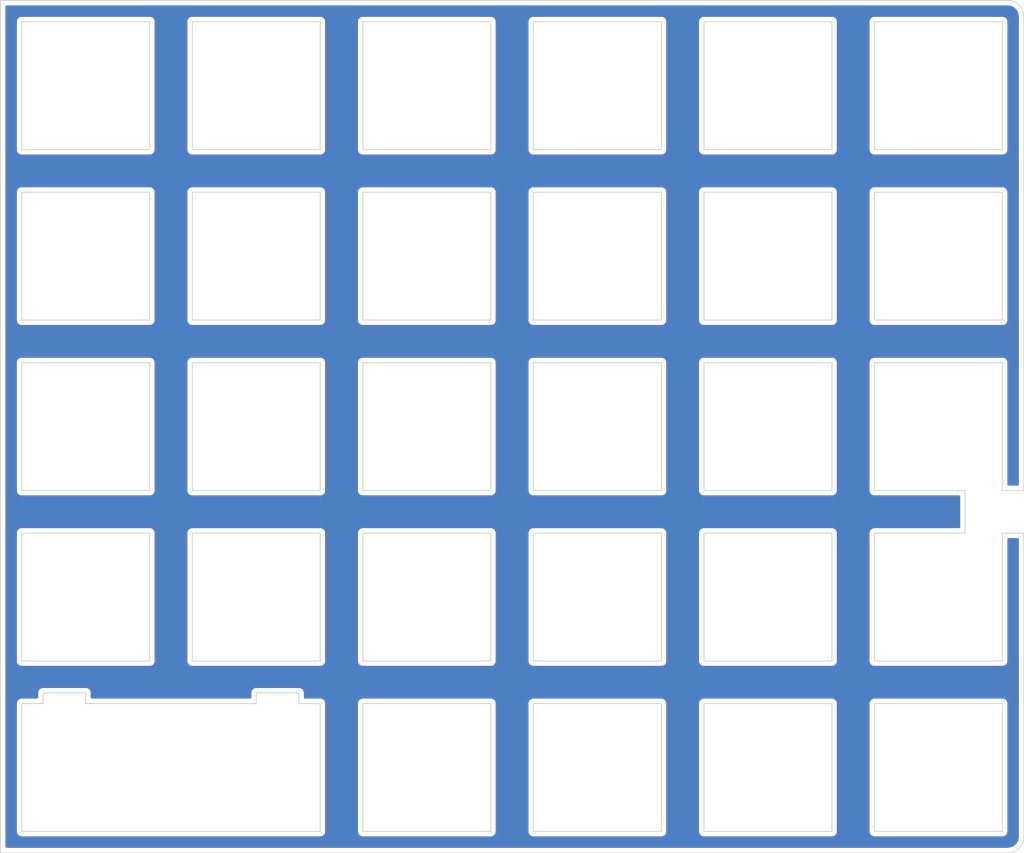
<source format=kicad_pcb>
(kicad_pcb (version 20171130) (host pcbnew "(5.1.9-0-10_14)")

  (general
    (thickness 1.6)
    (drawings 135)
    (tracks 0)
    (zones 0)
    (modules 0)
    (nets 1)
  )

  (page A4)
  (layers
    (0 F.Cu signal)
    (31 B.Cu signal)
    (32 B.Adhes user hide)
    (33 F.Adhes user hide)
    (34 B.Paste user hide)
    (35 F.Paste user hide)
    (36 B.SilkS user hide)
    (37 F.SilkS user hide)
    (38 B.Mask user hide)
    (39 F.Mask user hide)
    (40 Dwgs.User user hide)
    (41 Cmts.User user hide)
    (42 Eco1.User user hide)
    (43 Eco2.User user hide)
    (44 Edge.Cuts user)
    (45 Margin user hide)
    (46 B.CrtYd user hide)
    (47 F.CrtYd user hide)
    (48 B.Fab user hide)
    (49 F.Fab user hide)
  )

  (setup
    (last_trace_width 0.25)
    (trace_clearance 0.2)
    (zone_clearance 0.508)
    (zone_45_only no)
    (trace_min 0.2)
    (via_size 0.6)
    (via_drill 0.4)
    (via_min_size 0.4)
    (via_min_drill 0.3)
    (uvia_size 0.3)
    (uvia_drill 0.1)
    (uvias_allowed no)
    (uvia_min_size 0.2)
    (uvia_min_drill 0.1)
    (edge_width 0.1)
    (segment_width 0.2)
    (pcb_text_width 0.3)
    (pcb_text_size 1.5 1.5)
    (mod_edge_width 0.15)
    (mod_text_size 1 1)
    (mod_text_width 0.15)
    (pad_size 1.5 1.5)
    (pad_drill 0.6)
    (pad_to_mask_clearance 0)
    (aux_axis_origin 0 0)
    (visible_elements FFFFF77F)
    (pcbplotparams
      (layerselection 0x010ff_ffffffff)
      (usegerberextensions true)
      (usegerberattributes false)
      (usegerberadvancedattributes false)
      (creategerberjobfile false)
      (excludeedgelayer true)
      (linewidth 0.100000)
      (plotframeref false)
      (viasonmask false)
      (mode 1)
      (useauxorigin false)
      (hpglpennumber 1)
      (hpglpenspeed 20)
      (hpglpendiameter 15.000000)
      (psnegative false)
      (psa4output false)
      (plotreference true)
      (plotvalue true)
      (plotinvisibletext false)
      (padsonsilk false)
      (subtractmaskfromsilk false)
      (outputformat 1)
      (mirror false)
      (drillshape 0)
      (scaleselection 1)
      (outputdirectory "gerbers/plate/"))
  )

  (net 0 "")

  (net_class Default "This is the default net class."
    (clearance 0.2)
    (trace_width 0.25)
    (via_dia 0.6)
    (via_drill 0.4)
    (uvia_dia 0.3)
    (uvia_drill 0.1)
  )

  (gr_line (start 214.31268 104.775088) (end 216.693932 104.775088) (layer Edge.Cuts) (width 0.1))
  (gr_line (start 214.31268 109.537592) (end 216.693932 109.537592) (layer Edge.Cuts) (width 0.1))
  (gr_line (start 210.145489 104.775088) (end 210.145489 109.5375) (layer Edge.Cuts) (width 0.1) (tstamp 60512740))
  (gr_line (start 210.145489 104.775088) (end 210.145489 109.537592) (layer Dwgs.User) (width 0.15))
  (gr_line (start 102.393836 145.256372) (end 214.907993 145.256372) (layer Edge.Cuts) (width 0.1) (tstamp 60166B9A))
  (gr_line (start 102.393836 50.006292) (end 102.393836 145.256372) (layer Edge.Cuts) (width 0.1))
  (gr_line (start 214.907993 50.006292) (end 102.393836 50.006292) (layer Edge.Cuts) (width 0.1))
  (gr_line (start 104.775 142.875) (end 104.775 128.5875) (layer Edge.Cuts) (width 0.1) (tstamp 60162A39))
  (gr_line (start 138.1125 142.875) (end 138.1125 128.5875) (layer Edge.Cuts) (width 0.1) (tstamp 60162A36))
  (gr_line (start 135.731364 128.587608) (end 135.731364 127.396982) (layer Edge.Cuts) (width 0.1))
  (gr_line (start 107.15634 127.396982) (end 107.15634 128.587608) (layer Edge.Cuts) (width 0.1))
  (gr_line (start 130.96886 127.396982) (end 130.96886 128.587608) (layer Edge.Cuts) (width 0.1))
  (gr_line (start 135.731364 128.587608) (end 138.112616 128.587608) (layer Edge.Cuts) (width 0.1))
  (gr_line (start 111.918844 127.396982) (end 107.15634 127.396982) (layer Edge.Cuts) (width 0.1))
  (gr_line (start 104.775 128.5875) (end 107.15634 128.587608) (layer Edge.Cuts) (width 0.1) (tstamp 6015D352))
  (gr_line (start 138.1125 142.875) (end 104.775 142.875) (layer Edge.Cuts) (width 0.1) (tstamp 60162A7E))
  (gr_line (start 142.875 128.5875) (end 142.875 142.875) (layer Edge.Cuts) (width 0.1) (tstamp 60162A40))
  (gr_line (start 176.2125 142.875) (end 161.925 142.875) (layer Edge.Cuts) (width 0.1) (tstamp 60162A2D))
  (gr_line (start 111.918844 128.587608) (end 111.918844 127.396982) (layer Edge.Cuts) (width 0.1))
  (gr_line (start 135.731364 127.396982) (end 130.96886 127.396982) (layer Edge.Cuts) (width 0.1))
  (gr_line (start 180.975 128.5875) (end 195.2625 128.5875) (layer Edge.Cuts) (width 0.1) (tstamp 60162A3E))
  (gr_line (start 176.2125 128.5875) (end 176.2125 142.875) (layer Edge.Cuts) (width 0.1) (tstamp 60162A2C))
  (gr_line (start 157.1625 128.5875) (end 142.875 128.5875) (layer Edge.Cuts) (width 0.1) (tstamp 60162A2F))
  (gr_line (start 161.925 128.5875) (end 176.2125 128.5875) (layer Edge.Cuts) (width 0.1) (tstamp 60162A3F))
  (gr_line (start 200.025 142.875) (end 200.025 128.5875) (layer Edge.Cuts) (width 0.1) (tstamp 60162A38))
  (gr_line (start 180.975 142.875) (end 180.975 128.5875) (layer Edge.Cuts) (width 0.1) (tstamp 60162A34))
  (gr_line (start 195.2625 142.875) (end 180.975 142.875) (layer Edge.Cuts) (width 0.1) (tstamp 60162A30))
  (gr_line (start 142.875 142.875) (end 157.1625 142.875) (layer Edge.Cuts) (width 0.1) (tstamp 60162A2B))
  (gr_line (start 157.1625 142.875) (end 157.1625 128.5875) (layer Edge.Cuts) (width 0.1) (tstamp 60162A3C))
  (gr_line (start 161.925 142.875) (end 161.925 128.5875) (layer Edge.Cuts) (width 0.1) (tstamp 60162A33))
  (gr_line (start 195.2625 128.5875) (end 195.2625 142.875) (layer Edge.Cuts) (width 0.1) (tstamp 60162A37))
  (gr_line (start 111.918844 128.587608) (end 130.96886 128.587608) (layer Edge.Cuts) (width 0.1) (tstamp 6015D353))
  (gr_line (start 104.775 104.775) (end 104.775 90.4875) (layer Edge.Cuts) (width 0.1) (tstamp 601629D4))
  (gr_line (start 123.825 104.775) (end 138.1125 104.775) (layer Edge.Cuts) (width 0.1) (tstamp 601629D3))
  (gr_line (start 176.2125 90.4875) (end 176.2125 104.775) (layer Edge.Cuts) (width 0.1) (tstamp 601629D1))
  (gr_line (start 104.775 123.825) (end 104.775 109.5375) (layer Edge.Cuts) (width 0.1) (tstamp 60162A11))
  (gr_line (start 195.2625 109.5375) (end 195.2625 123.825) (layer Edge.Cuts) (width 0.1) (tstamp 60162A10))
  (gr_line (start 119.0625 123.825) (end 104.775 123.825) (layer Edge.Cuts) (width 0.1) (tstamp 60162A0F))
  (gr_line (start 104.775 109.5375) (end 119.0625 109.5375) (layer Edge.Cuts) (width 0.1) (tstamp 60162A0E))
  (gr_line (start 157.1625 123.825) (end 157.1625 109.5375) (layer Edge.Cuts) (width 0.1) (tstamp 60162A0D))
  (gr_line (start 157.1625 109.5375) (end 142.875 109.5375) (layer Edge.Cuts) (width 0.1) (tstamp 60162A0C))
  (gr_line (start 123.825 123.825) (end 138.1125 123.825) (layer Edge.Cuts) (width 0.1) (tstamp 60162A0B))
  (gr_line (start 138.1125 123.825) (end 138.1125 109.5375) (layer Edge.Cuts) (width 0.1) (tstamp 60162A09))
  (gr_line (start 180.975 123.825) (end 180.975 109.5375) (layer Edge.Cuts) (width 0.1) (tstamp 60162A07))
  (gr_line (start 161.925 123.825) (end 161.925 109.5375) (layer Edge.Cuts) (width 0.1) (tstamp 60162A06))
  (gr_line (start 142.875 123.825) (end 157.1625 123.825) (layer Edge.Cuts) (width 0.1) (tstamp 60162A05))
  (gr_line (start 176.2125 123.825) (end 161.925 123.825) (layer Edge.Cuts) (width 0.1) (tstamp 60162A04))
  (gr_line (start 119.0625 109.5375) (end 119.0625 123.825) (layer Edge.Cuts) (width 0.1) (tstamp 60162A03))
  (gr_line (start 176.2125 109.5375) (end 176.2125 123.825) (layer Edge.Cuts) (width 0.1) (tstamp 60162A02))
  (gr_line (start 142.875 109.5375) (end 142.875 123.825) (layer Edge.Cuts) (width 0.1) (tstamp 60162A01))
  (gr_line (start 123.825 109.5375) (end 123.825 123.825) (layer Edge.Cuts) (width 0.1) (tstamp 60162A00))
  (gr_line (start 161.925 109.5375) (end 176.2125 109.5375) (layer Edge.Cuts) (width 0.1) (tstamp 601629FF))
  (gr_line (start 180.975 109.5375) (end 195.2625 109.5375) (layer Edge.Cuts) (width 0.1) (tstamp 601629FE))
  (gr_line (start 195.2625 123.825) (end 180.975 123.825) (layer Edge.Cuts) (width 0.1) (tstamp 601629FD))
  (gr_line (start 138.1125 109.5375) (end 123.825 109.5375) (layer Edge.Cuts) (width 0.1) (tstamp 601629FC))
  (gr_line (start 200.025 123.825) (end 200.025 109.5375) (layer Edge.Cuts) (width 0.1) (tstamp 601629FB))
  (gr_line (start 119.0625 104.775) (end 104.775 104.775) (layer Edge.Cuts) (width 0.1) (tstamp 601629E2))
  (gr_line (start 161.925 104.775) (end 161.925 90.4875) (layer Edge.Cuts) (width 0.1) (tstamp 601629E1))
  (gr_line (start 104.775 90.4875) (end 119.0625 90.4875) (layer Edge.Cuts) (width 0.1) (tstamp 601629E0))
  (gr_line (start 180.975 90.4875) (end 195.2625 90.4875) (layer Edge.Cuts) (width 0.1) (tstamp 601629DE))
  (gr_line (start 123.825 90.4875) (end 123.825 104.775) (layer Edge.Cuts) (width 0.1) (tstamp 601629DD))
  (gr_line (start 157.1625 90.4875) (end 142.875 90.4875) (layer Edge.Cuts) (width 0.1) (tstamp 601629DC))
  (gr_line (start 142.875 90.4875) (end 142.875 104.775) (layer Edge.Cuts) (width 0.1) (tstamp 601629DB))
  (gr_line (start 157.1625 104.775) (end 157.1625 90.4875) (layer Edge.Cuts) (width 0.1) (tstamp 601629DA))
  (gr_line (start 138.1125 104.775) (end 138.1125 90.4875) (layer Edge.Cuts) (width 0.1) (tstamp 601629D8))
  (gr_line (start 142.875 104.775) (end 157.1625 104.775) (layer Edge.Cuts) (width 0.1) (tstamp 601629D7))
  (gr_line (start 200.025 104.775) (end 200.025 90.4875) (layer Edge.Cuts) (width 0.1) (tstamp 601629D6))
  (gr_line (start 195.2625 90.4875) (end 195.2625 104.775) (layer Edge.Cuts) (width 0.1) (tstamp 601629D5))
  (gr_line (start 119.0625 85.725) (end 104.775 85.725) (layer Edge.Cuts) (width 0.1) (tstamp 601629A2))
  (gr_line (start 104.775 71.4375) (end 119.0625 71.4375) (layer Edge.Cuts) (width 0.1) (tstamp 601629A1))
  (gr_line (start 161.925 85.725) (end 161.925 71.4375) (layer Edge.Cuts) (width 0.1) (tstamp 601629A0))
  (gr_line (start 195.2625 71.4375) (end 195.2625 85.725) (layer Edge.Cuts) (width 0.1) (tstamp 6016299D))
  (gr_line (start 200.025 85.725) (end 200.025 71.4375) (layer Edge.Cuts) (width 0.1) (tstamp 6016299C))
  (gr_line (start 123.825 71.4375) (end 123.825 85.725) (layer Edge.Cuts) (width 0.1) (tstamp 6016299B))
  (gr_line (start 200.025 66.675) (end 200.025 52.3875) (layer Edge.Cuts) (width 0.1) (tstamp 60162994))
  (gr_line (start 180.975 66.675) (end 180.975 52.3875) (layer Edge.Cuts) (width 0.1) (tstamp 60162993))
  (gr_line (start 195.2625 66.675) (end 180.975 66.675) (layer Edge.Cuts) (width 0.1))
  (gr_line (start 195.2625 52.3875) (end 195.2625 66.675) (layer Edge.Cuts) (width 0.1))
  (gr_line (start 180.975 52.3875) (end 195.2625 52.3875) (layer Edge.Cuts) (width 0.1))
  (gr_line (start 161.925 66.675) (end 161.925 52.3875) (layer Edge.Cuts) (width 0.1) (tstamp 60162992))
  (gr_line (start 176.2125 66.675) (end 161.925 66.675) (layer Edge.Cuts) (width 0.1))
  (gr_line (start 176.2125 52.3875) (end 176.2125 66.675) (layer Edge.Cuts) (width 0.1))
  (gr_line (start 161.925 52.3875) (end 176.2125 52.3875) (layer Edge.Cuts) (width 0.1))
  (gr_line (start 157.1625 52.3875) (end 142.875 52.3875) (layer Edge.Cuts) (width 0.1) (tstamp 60162991))
  (gr_line (start 157.1625 66.675) (end 157.1625 52.3875) (layer Edge.Cuts) (width 0.1))
  (gr_line (start 142.875 66.675) (end 157.1625 66.675) (layer Edge.Cuts) (width 0.1))
  (gr_line (start 142.875 52.3875) (end 142.875 66.675) (layer Edge.Cuts) (width 0.1))
  (gr_line (start 138.1125 52.3875) (end 123.825 52.3875) (layer Edge.Cuts) (width 0.1) (tstamp 60162990))
  (gr_line (start 138.1125 66.675) (end 138.1125 52.3875) (layer Edge.Cuts) (width 0.1))
  (gr_line (start 123.825 66.675) (end 138.1125 66.675) (layer Edge.Cuts) (width 0.1))
  (gr_line (start 123.825 52.3875) (end 123.825 66.675) (layer Edge.Cuts) (width 0.1))
  (gr_line (start 104.775 66.675) (end 104.775 52.3875) (layer Edge.Cuts) (width 0.1) (tstamp 6016298F))
  (gr_line (start 119.0625 66.675) (end 104.775 66.675) (layer Edge.Cuts) (width 0.1))
  (gr_line (start 119.0625 52.3875) (end 119.0625 66.675) (layer Edge.Cuts) (width 0.1))
  (gr_line (start 104.775 52.3875) (end 119.0625 52.3875) (layer Edge.Cuts) (width 0.1))
  (gr_line (start 180.975 104.775) (end 180.975 90.4875) (layer Edge.Cuts) (width 0.1) (tstamp 601629D0))
  (gr_line (start 176.2125 104.775) (end 161.925 104.775) (layer Edge.Cuts) (width 0.1) (tstamp 601629CF))
  (gr_line (start 195.2625 104.775) (end 180.975 104.775) (layer Edge.Cuts) (width 0.1) (tstamp 601629CE))
  (gr_line (start 161.925 90.4875) (end 176.2125 90.4875) (layer Edge.Cuts) (width 0.1) (tstamp 601629CD))
  (gr_line (start 138.1125 90.4875) (end 123.825 90.4875) (layer Edge.Cuts) (width 0.1) (tstamp 601629CC))
  (gr_line (start 119.0625 90.4875) (end 119.0625 104.775) (layer Edge.Cuts) (width 0.1) (tstamp 601629CB))
  (gr_line (start 123.825 85.725) (end 138.1125 85.725) (layer Edge.Cuts) (width 0.1) (tstamp 601629B2))
  (gr_line (start 157.1625 85.725) (end 157.1625 71.4375) (layer Edge.Cuts) (width 0.1) (tstamp 601629B1))
  (gr_line (start 142.875 71.4375) (end 142.875 85.725) (layer Edge.Cuts) (width 0.1) (tstamp 601629B0))
  (gr_line (start 142.875 85.725) (end 157.1625 85.725) (layer Edge.Cuts) (width 0.1) (tstamp 601629AF))
  (gr_line (start 104.775 85.725) (end 104.775 71.4375) (layer Edge.Cuts) (width 0.1) (tstamp 601629AE))
  (gr_line (start 176.2125 71.4375) (end 176.2125 85.725) (layer Edge.Cuts) (width 0.1) (tstamp 601629AD))
  (gr_line (start 157.1625 71.4375) (end 142.875 71.4375) (layer Edge.Cuts) (width 0.1) (tstamp 601629AB))
  (gr_line (start 180.975 71.4375) (end 195.2625 71.4375) (layer Edge.Cuts) (width 0.1) (tstamp 601629AA))
  (gr_line (start 138.1125 85.725) (end 138.1125 71.4375) (layer Edge.Cuts) (width 0.1) (tstamp 601629A9))
  (gr_line (start 138.1125 71.4375) (end 123.825 71.4375) (layer Edge.Cuts) (width 0.1) (tstamp 601629A8))
  (gr_line (start 119.0625 71.4375) (end 119.0625 85.725) (layer Edge.Cuts) (width 0.1) (tstamp 601629A7))
  (gr_line (start 195.2625 85.725) (end 180.975 85.725) (layer Edge.Cuts) (width 0.1) (tstamp 601629A6))
  (gr_line (start 161.925 71.4375) (end 176.2125 71.4375) (layer Edge.Cuts) (width 0.1) (tstamp 601629A5))
  (gr_line (start 180.975 85.725) (end 180.975 71.4375) (layer Edge.Cuts) (width 0.1) (tstamp 601629A4))
  (gr_line (start 176.2125 85.725) (end 161.925 85.725) (layer Edge.Cuts) (width 0.1) (tstamp 601629A3))
  (gr_line (start 200.025 90.4875) (end 214.3125 90.4875) (layer Edge.Cuts) (width 0.1) (tstamp 601629D2))
  (gr_line (start 214.3125 90.4875) (end 214.3125 104.775) (layer Edge.Cuts) (width 0.1) (tstamp 601629DF))
  (gr_line (start 210.145489 104.775088) (end 200.025 104.775088) (layer Edge.Cuts) (width 0.1) (tstamp 601629D9))
  (gr_line (start 214.3125 71.4375) (end 214.3125 85.725) (layer Edge.Cuts) (width 0.1) (tstamp 6016299F))
  (gr_line (start 214.3125 85.725) (end 200.025 85.725) (layer Edge.Cuts) (width 0.1) (tstamp 6016299E))
  (gr_line (start 214.3125 66.675) (end 200.025 66.675) (layer Edge.Cuts) (width 0.1))
  (gr_line (start 214.3125 52.3875) (end 214.3125 66.675) (layer Edge.Cuts) (width 0.1))
  (gr_line (start 200.025 52.3875) (end 214.3125 52.3875) (layer Edge.Cuts) (width 0.1))
  (gr_line (start 200.025 71.4375) (end 214.3125 71.4375) (layer Edge.Cuts) (width 0.1) (tstamp 601629AC))
  (gr_line (start 214.3125 142.875) (end 200.025 142.875) (layer Edge.Cuts) (width 0.1) (tstamp 60162A32))
  (gr_line (start 200.025 128.5875) (end 214.3125 128.5875) (layer Edge.Cuts) (width 0.1) (tstamp 60162A42))
  (gr_line (start 214.3125 128.5875) (end 214.3125 142.875) (layer Edge.Cuts) (width 0.1) (tstamp 60162A35))
  (gr_line (start 200.025 109.5375) (end 210.145489 109.5375) (layer Edge.Cuts) (width 0.1) (tstamp 60162A12))
  (gr_line (start 214.3125 123.825) (end 200.025 123.825) (layer Edge.Cuts) (width 0.1) (tstamp 60162A0A))
  (gr_line (start 214.3125 109.5375) (end 214.3125 123.825) (layer Edge.Cuts) (width 0.1) (tstamp 60162A08))
  (gr_line (start 216.693932 109.537592) (end 216.693932 143.470433) (layer Edge.Cuts) (width 0.1) (tstamp 6015D2BB))
  (gr_line (start 216.693932 51.792231) (end 216.693932 104.775088) (layer Edge.Cuts) (width 0.1))
  (gr_arc (start 214.907993 143.470433) (end 214.907993 145.256372) (angle -90) (layer Edge.Cuts) (width 0.1))
  (gr_arc (start 214.907993 51.792231) (end 216.693932 51.792231) (angle -90) (layer Edge.Cuts) (width 0.1))

  (zone (net 0) (net_name "") (layer F.Cu) (tstamp 6036BAE8) (hatch edge 0.508)
    (connect_pads (clearance 0.508))
    (min_thickness 0.254)
    (fill yes (arc_segments 32) (thermal_gap 0.508) (thermal_bridge_width 0.508))
    (polygon
      (pts
        (xy 216.693932 145.256372) (xy 102.393836 145.256372) (xy 102.393836 50.006292) (xy 216.693932 50.006292)
      )
    )
    (filled_polygon
      (pts
        (xy 215.121195 50.715482) (xy 215.326276 50.777399) (xy 215.515428 50.877973) (xy 215.681437 51.013367) (xy 215.817988 51.178429)
        (xy 215.919881 51.366877) (xy 215.983227 51.571514) (xy 216.008932 51.816083) (xy 216.008933 104.090088) (xy 214.9975 104.090088)
        (xy 214.9975 90.521147) (xy 215.000814 90.4875) (xy 214.987588 90.353217) (xy 214.948419 90.224094) (xy 214.884812 90.105093)
        (xy 214.799211 90.000789) (xy 214.694907 89.915188) (xy 214.575906 89.851581) (xy 214.446783 89.812412) (xy 214.346147 89.8025)
        (xy 214.3125 89.799186) (xy 214.278853 89.8025) (xy 200.058647 89.8025) (xy 200.025 89.799186) (xy 199.991353 89.8025)
        (xy 199.890717 89.812412) (xy 199.761594 89.851581) (xy 199.642593 89.915188) (xy 199.538289 90.000789) (xy 199.452688 90.105093)
        (xy 199.389081 90.224094) (xy 199.349912 90.353217) (xy 199.336686 90.4875) (xy 199.340001 90.521157) (xy 199.34 104.741441)
        (xy 199.336686 104.775088) (xy 199.349912 104.909371) (xy 199.389081 105.038494) (xy 199.452688 105.157495) (xy 199.538289 105.261799)
        (xy 199.642593 105.3474) (xy 199.761594 105.411007) (xy 199.890717 105.450176) (xy 199.991353 105.460088) (xy 199.992247 105.460088)
        (xy 200.025 105.463314) (xy 200.057753 105.460088) (xy 209.460489 105.460088) (xy 209.46049 108.8525) (xy 200.058647 108.8525)
        (xy 200.025 108.849186) (xy 199.991353 108.8525) (xy 199.890717 108.862412) (xy 199.761594 108.901581) (xy 199.642593 108.965188)
        (xy 199.538289 109.050789) (xy 199.452688 109.155093) (xy 199.389081 109.274094) (xy 199.349912 109.403217) (xy 199.336686 109.5375)
        (xy 199.340001 109.571157) (xy 199.34 123.791353) (xy 199.336686 123.825) (xy 199.349912 123.959283) (xy 199.389081 124.088406)
        (xy 199.452688 124.207407) (xy 199.538289 124.311711) (xy 199.642593 124.397312) (xy 199.761594 124.460919) (xy 199.890717 124.500088)
        (xy 200.025 124.513314) (xy 200.058647 124.51) (xy 214.278853 124.51) (xy 214.3125 124.513314) (xy 214.446783 124.500088)
        (xy 214.575906 124.460919) (xy 214.694907 124.397312) (xy 214.799211 124.311711) (xy 214.884812 124.207407) (xy 214.948419 124.088406)
        (xy 214.987588 123.959283) (xy 214.9975 123.858647) (xy 214.9975 123.858646) (xy 215.000814 123.825) (xy 214.9975 123.791353)
        (xy 214.9975 110.222592) (xy 216.008932 110.222592) (xy 216.008933 143.436918) (xy 215.984742 143.683637) (xy 215.922825 143.888716)
        (xy 215.822253 144.077865) (xy 215.686857 144.243877) (xy 215.521793 144.38043) (xy 215.333349 144.48232) (xy 215.128711 144.545667)
        (xy 214.884141 144.571372) (xy 103.078836 144.571372) (xy 103.078836 142.875) (xy 104.086686 142.875) (xy 104.099912 143.009283)
        (xy 104.139081 143.138406) (xy 104.202688 143.257407) (xy 104.288289 143.361711) (xy 104.339316 143.403588) (xy 104.392593 143.447312)
        (xy 104.511594 143.510919) (xy 104.640717 143.550088) (xy 104.775 143.563314) (xy 104.808647 143.56) (xy 138.078853 143.56)
        (xy 138.1125 143.563314) (xy 138.146147 143.56) (xy 138.246783 143.550088) (xy 138.375906 143.510919) (xy 138.494907 143.447312)
        (xy 138.599211 143.361711) (xy 138.684812 143.257407) (xy 138.748419 143.138406) (xy 138.787588 143.009283) (xy 138.800814 142.875)
        (xy 138.7975 142.841353) (xy 138.7975 128.622433) (xy 138.80093 128.587608) (xy 138.80092 128.5875) (xy 142.186686 128.5875)
        (xy 142.19 128.621147) (xy 142.190001 142.841343) (xy 142.186686 142.875) (xy 142.199912 143.009283) (xy 142.239081 143.138406)
        (xy 142.302688 143.257407) (xy 142.388289 143.361711) (xy 142.492593 143.447312) (xy 142.611594 143.510919) (xy 142.740717 143.550088)
        (xy 142.841353 143.56) (xy 142.875 143.563314) (xy 142.908647 143.56) (xy 157.128853 143.56) (xy 157.1625 143.563314)
        (xy 157.196147 143.56) (xy 157.296783 143.550088) (xy 157.425906 143.510919) (xy 157.544907 143.447312) (xy 157.649211 143.361711)
        (xy 157.734812 143.257407) (xy 157.798419 143.138406) (xy 157.837588 143.009283) (xy 157.850814 142.875) (xy 157.8475 142.841353)
        (xy 157.8475 128.621147) (xy 157.850814 128.5875) (xy 161.236686 128.5875) (xy 161.240001 128.621157) (xy 161.24 142.841353)
        (xy 161.236686 142.875) (xy 161.249912 143.009283) (xy 161.289081 143.138406) (xy 161.352688 143.257407) (xy 161.438289 143.361711)
        (xy 161.489316 143.403588) (xy 161.542593 143.447312) (xy 161.661594 143.510919) (xy 161.790717 143.550088) (xy 161.925 143.563314)
        (xy 161.958647 143.56) (xy 176.178853 143.56) (xy 176.2125 143.563314) (xy 176.346783 143.550088) (xy 176.475906 143.510919)
        (xy 176.594907 143.447312) (xy 176.699211 143.361711) (xy 176.784812 143.257407) (xy 176.848419 143.138406) (xy 176.887588 143.009283)
        (xy 176.8975 142.908647) (xy 176.8975 142.908646) (xy 176.900814 142.875) (xy 176.8975 142.841353) (xy 176.8975 128.621147)
        (xy 176.900814 128.5875) (xy 180.286686 128.5875) (xy 180.290001 128.621157) (xy 180.29 142.841353) (xy 180.286686 142.875)
        (xy 180.299912 143.009283) (xy 180.339081 143.138406) (xy 180.402688 143.257407) (xy 180.488289 143.361711) (xy 180.539316 143.403588)
        (xy 180.592593 143.447312) (xy 180.711594 143.510919) (xy 180.840717 143.550088) (xy 180.975 143.563314) (xy 181.008647 143.56)
        (xy 195.228853 143.56) (xy 195.2625 143.563314) (xy 195.396783 143.550088) (xy 195.525906 143.510919) (xy 195.644907 143.447312)
        (xy 195.749211 143.361711) (xy 195.834812 143.257407) (xy 195.898419 143.138406) (xy 195.937588 143.009283) (xy 195.9475 142.908647)
        (xy 195.9475 142.908646) (xy 195.950814 142.875) (xy 195.9475 142.841353) (xy 195.9475 128.621147) (xy 195.950814 128.5875)
        (xy 199.336686 128.5875) (xy 199.340001 128.621157) (xy 199.34 142.841353) (xy 199.336686 142.875) (xy 199.349912 143.009283)
        (xy 199.389081 143.138406) (xy 199.452688 143.257407) (xy 199.538289 143.361711) (xy 199.589316 143.403588) (xy 199.642593 143.447312)
        (xy 199.761594 143.510919) (xy 199.890717 143.550088) (xy 200.025 143.563314) (xy 200.058647 143.56) (xy 214.278853 143.56)
        (xy 214.3125 143.563314) (xy 214.446783 143.550088) (xy 214.575906 143.510919) (xy 214.694907 143.447312) (xy 214.799211 143.361711)
        (xy 214.884812 143.257407) (xy 214.948419 143.138406) (xy 214.987588 143.009283) (xy 214.9975 142.908647) (xy 214.9975 142.908646)
        (xy 215.000814 142.875) (xy 214.9975 142.841353) (xy 214.9975 128.621147) (xy 215.000814 128.5875) (xy 214.987588 128.453217)
        (xy 214.948419 128.324094) (xy 214.884812 128.205093) (xy 214.799211 128.100789) (xy 214.694907 128.015188) (xy 214.575906 127.951581)
        (xy 214.446783 127.912412) (xy 214.346147 127.9025) (xy 214.3125 127.899186) (xy 214.278853 127.9025) (xy 200.058647 127.9025)
        (xy 200.025 127.899186) (xy 199.991353 127.9025) (xy 199.890717 127.912412) (xy 199.761594 127.951581) (xy 199.642593 128.015188)
        (xy 199.538289 128.100789) (xy 199.452688 128.205093) (xy 199.389081 128.324094) (xy 199.349912 128.453217) (xy 199.336686 128.5875)
        (xy 195.950814 128.5875) (xy 195.937588 128.453217) (xy 195.898419 128.324094) (xy 195.834812 128.205093) (xy 195.749211 128.100789)
        (xy 195.644907 128.015188) (xy 195.525906 127.951581) (xy 195.396783 127.912412) (xy 195.296147 127.9025) (xy 195.2625 127.899186)
        (xy 195.228853 127.9025) (xy 181.008647 127.9025) (xy 180.975 127.899186) (xy 180.941353 127.9025) (xy 180.840717 127.912412)
        (xy 180.711594 127.951581) (xy 180.592593 128.015188) (xy 180.488289 128.100789) (xy 180.402688 128.205093) (xy 180.339081 128.324094)
        (xy 180.299912 128.453217) (xy 180.286686 128.5875) (xy 176.900814 128.5875) (xy 176.887588 128.453217) (xy 176.848419 128.324094)
        (xy 176.784812 128.205093) (xy 176.699211 128.100789) (xy 176.594907 128.015188) (xy 176.475906 127.951581) (xy 176.346783 127.912412)
        (xy 176.246147 127.9025) (xy 176.2125 127.899186) (xy 176.178853 127.9025) (xy 161.958647 127.9025) (xy 161.925 127.899186)
        (xy 161.891353 127.9025) (xy 161.790717 127.912412) (xy 161.661594 127.951581) (xy 161.542593 128.015188) (xy 161.438289 128.100789)
        (xy 161.352688 128.205093) (xy 161.289081 128.324094) (xy 161.249912 128.453217) (xy 161.236686 128.5875) (xy 157.850814 128.5875)
        (xy 157.837588 128.453217) (xy 157.798419 128.324094) (xy 157.734812 128.205093) (xy 157.649211 128.100789) (xy 157.544907 128.015188)
        (xy 157.425906 127.951581) (xy 157.296783 127.912412) (xy 157.196147 127.9025) (xy 157.1625 127.899186) (xy 157.128853 127.9025)
        (xy 142.908647 127.9025) (xy 142.875 127.899186) (xy 142.841353 127.9025) (xy 142.740717 127.912412) (xy 142.611594 127.951581)
        (xy 142.492593 128.015188) (xy 142.388289 128.100789) (xy 142.302688 128.205093) (xy 142.239081 128.324094) (xy 142.199912 128.453217)
        (xy 142.186686 128.5875) (xy 138.80092 128.5875) (xy 138.787704 128.453325) (xy 138.748535 128.324202) (xy 138.684928 128.205201)
        (xy 138.599327 128.100897) (xy 138.599243 128.100828) (xy 138.599211 128.100789) (xy 138.494907 128.015188) (xy 138.375906 127.951581)
        (xy 138.246783 127.912412) (xy 138.1125 127.899186) (xy 138.077757 127.902608) (xy 136.416364 127.902608) (xy 136.416364 127.430629)
        (xy 136.419678 127.396982) (xy 136.406452 127.262699) (xy 136.367283 127.133576) (xy 136.303676 127.014575) (xy 136.218075 126.910271)
        (xy 136.113771 126.82467) (xy 135.99477 126.761063) (xy 135.865647 126.721894) (xy 135.765011 126.711982) (xy 135.731364 126.708668)
        (xy 135.697717 126.711982) (xy 131.002507 126.711982) (xy 130.96886 126.708668) (xy 130.935213 126.711982) (xy 130.834577 126.721894)
        (xy 130.705454 126.761063) (xy 130.586453 126.82467) (xy 130.482149 126.910271) (xy 130.396548 127.014575) (xy 130.332941 127.133576)
        (xy 130.293772 127.262699) (xy 130.280546 127.396982) (xy 130.28386 127.430629) (xy 130.28386 127.902608) (xy 112.603844 127.902608)
        (xy 112.603844 127.430629) (xy 112.607158 127.396982) (xy 112.593932 127.262699) (xy 112.554763 127.133576) (xy 112.491156 127.014575)
        (xy 112.405555 126.910271) (xy 112.301251 126.82467) (xy 112.18225 126.761063) (xy 112.053127 126.721894) (xy 111.952491 126.711982)
        (xy 111.918844 126.708668) (xy 111.885197 126.711982) (xy 107.189987 126.711982) (xy 107.15634 126.708668) (xy 107.122693 126.711982)
        (xy 107.022057 126.721894) (xy 106.892934 126.761063) (xy 106.773933 126.82467) (xy 106.669629 126.910271) (xy 106.584028 127.014575)
        (xy 106.520421 127.133576) (xy 106.481252 127.262699) (xy 106.468026 127.396982) (xy 106.47134 127.430629) (xy 106.47134 127.902577)
        (xy 104.808668 127.902502) (xy 104.775 127.899186) (xy 104.700114 127.906562) (xy 104.640748 127.912406) (xy 104.640733 127.912411)
        (xy 104.640718 127.912412) (xy 104.569344 127.934063) (xy 104.511623 127.95157) (xy 104.511612 127.951576) (xy 104.511595 127.951581)
        (xy 104.449547 127.984746) (xy 104.392619 128.015171) (xy 104.392606 128.015181) (xy 104.392594 128.015188) (xy 104.343455 128.055516)
        (xy 104.288312 128.100767) (xy 104.288302 128.100779) (xy 104.28829 128.100789) (xy 104.243056 128.155906) (xy 104.202706 128.205068)
        (xy 104.202699 128.20508) (xy 104.202689 128.205093) (xy 104.172275 128.261993) (xy 104.139093 128.324066) (xy 104.139088 128.324083)
        (xy 104.139082 128.324094) (xy 104.121581 128.381786) (xy 104.099919 128.453187) (xy 104.099918 128.453202) (xy 104.099913 128.453217)
        (xy 104.093297 128.520388) (xy 104.086687 128.587469) (xy 104.090001 128.621134) (xy 104.09 142.841353) (xy 104.086686 142.875)
        (xy 103.078836 142.875) (xy 103.078836 109.5375) (xy 104.086686 109.5375) (xy 104.090001 109.571157) (xy 104.09 123.791353)
        (xy 104.086686 123.825) (xy 104.099912 123.959283) (xy 104.139081 124.088406) (xy 104.202688 124.207407) (xy 104.288289 124.311711)
        (xy 104.392593 124.397312) (xy 104.511594 124.460919) (xy 104.640717 124.500088) (xy 104.775 124.513314) (xy 104.808647 124.51)
        (xy 119.028853 124.51) (xy 119.0625 124.513314) (xy 119.196783 124.500088) (xy 119.325906 124.460919) (xy 119.444907 124.397312)
        (xy 119.549211 124.311711) (xy 119.634812 124.207407) (xy 119.698419 124.088406) (xy 119.737588 123.959283) (xy 119.7475 123.858647)
        (xy 119.7475 123.858646) (xy 119.750814 123.825) (xy 119.7475 123.791353) (xy 119.7475 109.571147) (xy 119.750814 109.5375)
        (xy 123.136686 109.5375) (xy 123.14 109.571147) (xy 123.140001 123.791343) (xy 123.136686 123.825) (xy 123.149912 123.959283)
        (xy 123.189081 124.088406) (xy 123.252688 124.207407) (xy 123.338289 124.311711) (xy 123.442593 124.397312) (xy 123.561594 124.460919)
        (xy 123.690717 124.500088) (xy 123.791353 124.51) (xy 123.825 124.513314) (xy 123.858647 124.51) (xy 138.078853 124.51)
        (xy 138.1125 124.513314) (xy 138.146147 124.51) (xy 138.246783 124.500088) (xy 138.375906 124.460919) (xy 138.494907 124.397312)
        (xy 138.599211 124.311711) (xy 138.684812 124.207407) (xy 138.748419 124.088406) (xy 138.787588 123.959283) (xy 138.800814 123.825)
        (xy 138.7975 123.791353) (xy 138.7975 109.571147) (xy 138.800814 109.5375) (xy 142.186686 109.5375) (xy 142.19 109.571147)
        (xy 142.190001 123.791343) (xy 142.186686 123.825) (xy 142.199912 123.959283) (xy 142.239081 124.088406) (xy 142.302688 124.207407)
        (xy 142.388289 124.311711) (xy 142.492593 124.397312) (xy 142.611594 124.460919) (xy 142.740717 124.500088) (xy 142.841353 124.51)
        (xy 142.875 124.513314) (xy 142.908647 124.51) (xy 157.128853 124.51) (xy 157.1625 124.513314) (xy 157.196147 124.51)
        (xy 157.296783 124.500088) (xy 157.425906 124.460919) (xy 157.544907 124.397312) (xy 157.649211 124.311711) (xy 157.734812 124.207407)
        (xy 157.798419 124.088406) (xy 157.837588 123.959283) (xy 157.850814 123.825) (xy 157.8475 123.791353) (xy 157.8475 109.571147)
        (xy 157.850814 109.5375) (xy 161.236686 109.5375) (xy 161.240001 109.571157) (xy 161.24 123.791353) (xy 161.236686 123.825)
        (xy 161.249912 123.959283) (xy 161.289081 124.088406) (xy 161.352688 124.207407) (xy 161.438289 124.311711) (xy 161.542593 124.397312)
        (xy 161.661594 124.460919) (xy 161.790717 124.500088) (xy 161.925 124.513314) (xy 161.958647 124.51) (xy 176.178853 124.51)
        (xy 176.2125 124.513314) (xy 176.346783 124.500088) (xy 176.475906 124.460919) (xy 176.594907 124.397312) (xy 176.699211 124.311711)
        (xy 176.784812 124.207407) (xy 176.848419 124.088406) (xy 176.887588 123.959283) (xy 176.8975 123.858647) (xy 176.8975 123.858646)
        (xy 176.900814 123.825) (xy 176.8975 123.791353) (xy 176.8975 109.571147) (xy 176.900814 109.5375) (xy 180.286686 109.5375)
        (xy 180.290001 109.571157) (xy 180.29 123.791353) (xy 180.286686 123.825) (xy 180.299912 123.959283) (xy 180.339081 124.088406)
        (xy 180.402688 124.207407) (xy 180.488289 124.311711) (xy 180.592593 124.397312) (xy 180.711594 124.460919) (xy 180.840717 124.500088)
        (xy 180.975 124.513314) (xy 181.008647 124.51) (xy 195.228853 124.51) (xy 195.2625 124.513314) (xy 195.396783 124.500088)
        (xy 195.525906 124.460919) (xy 195.644907 124.397312) (xy 195.749211 124.311711) (xy 195.834812 124.207407) (xy 195.898419 124.088406)
        (xy 195.937588 123.959283) (xy 195.9475 123.858647) (xy 195.9475 123.858646) (xy 195.950814 123.825) (xy 195.9475 123.791353)
        (xy 195.9475 109.571147) (xy 195.950814 109.5375) (xy 195.937588 109.403217) (xy 195.898419 109.274094) (xy 195.834812 109.155093)
        (xy 195.749211 109.050789) (xy 195.644907 108.965188) (xy 195.525906 108.901581) (xy 195.396783 108.862412) (xy 195.296147 108.8525)
        (xy 195.2625 108.849186) (xy 195.228853 108.8525) (xy 181.008647 108.8525) (xy 180.975 108.849186) (xy 180.941353 108.8525)
        (xy 180.840717 108.862412) (xy 180.711594 108.901581) (xy 180.592593 108.965188) (xy 180.488289 109.050789) (xy 180.402688 109.155093)
        (xy 180.339081 109.274094) (xy 180.299912 109.403217) (xy 180.286686 109.5375) (xy 176.900814 109.5375) (xy 176.887588 109.403217)
        (xy 176.848419 109.274094) (xy 176.784812 109.155093) (xy 176.699211 109.050789) (xy 176.594907 108.965188) (xy 176.475906 108.901581)
        (xy 176.346783 108.862412) (xy 176.246147 108.8525) (xy 176.2125 108.849186) (xy 176.178853 108.8525) (xy 161.958647 108.8525)
        (xy 161.925 108.849186) (xy 161.891353 108.8525) (xy 161.790717 108.862412) (xy 161.661594 108.901581) (xy 161.542593 108.965188)
        (xy 161.438289 109.050789) (xy 161.352688 109.155093) (xy 161.289081 109.274094) (xy 161.249912 109.403217) (xy 161.236686 109.5375)
        (xy 157.850814 109.5375) (xy 157.837588 109.403217) (xy 157.798419 109.274094) (xy 157.734812 109.155093) (xy 157.649211 109.050789)
        (xy 157.544907 108.965188) (xy 157.425906 108.901581) (xy 157.296783 108.862412) (xy 157.196147 108.8525) (xy 157.1625 108.849186)
        (xy 157.128853 108.8525) (xy 142.908647 108.8525) (xy 142.875 108.849186) (xy 142.841353 108.8525) (xy 142.740717 108.862412)
        (xy 142.611594 108.901581) (xy 142.492593 108.965188) (xy 142.388289 109.050789) (xy 142.302688 109.155093) (xy 142.239081 109.274094)
        (xy 142.199912 109.403217) (xy 142.186686 109.5375) (xy 138.800814 109.5375) (xy 138.787588 109.403217) (xy 138.748419 109.274094)
        (xy 138.684812 109.155093) (xy 138.599211 109.050789) (xy 138.494907 108.965188) (xy 138.375906 108.901581) (xy 138.246783 108.862412)
        (xy 138.146147 108.8525) (xy 138.1125 108.849186) (xy 138.078853 108.8525) (xy 123.858647 108.8525) (xy 123.825 108.849186)
        (xy 123.791353 108.8525) (xy 123.690717 108.862412) (xy 123.561594 108.901581) (xy 123.442593 108.965188) (xy 123.338289 109.050789)
        (xy 123.252688 109.155093) (xy 123.189081 109.274094) (xy 123.149912 109.403217) (xy 123.136686 109.5375) (xy 119.750814 109.5375)
        (xy 119.737588 109.403217) (xy 119.698419 109.274094) (xy 119.634812 109.155093) (xy 119.549211 109.050789) (xy 119.444907 108.965188)
        (xy 119.325906 108.901581) (xy 119.196783 108.862412) (xy 119.096147 108.8525) (xy 119.0625 108.849186) (xy 119.028853 108.8525)
        (xy 104.808647 108.8525) (xy 104.775 108.849186) (xy 104.741353 108.8525) (xy 104.640717 108.862412) (xy 104.511594 108.901581)
        (xy 104.392593 108.965188) (xy 104.288289 109.050789) (xy 104.202688 109.155093) (xy 104.139081 109.274094) (xy 104.099912 109.403217)
        (xy 104.086686 109.5375) (xy 103.078836 109.5375) (xy 103.078836 90.4875) (xy 104.086686 90.4875) (xy 104.090001 90.521157)
        (xy 104.09 104.741353) (xy 104.086686 104.775) (xy 104.099912 104.909283) (xy 104.139081 105.038406) (xy 104.202688 105.157407)
        (xy 104.288289 105.261711) (xy 104.392593 105.347312) (xy 104.511594 105.410919) (xy 104.640717 105.450088) (xy 104.775 105.463314)
        (xy 104.808647 105.46) (xy 119.028853 105.46) (xy 119.0625 105.463314) (xy 119.196783 105.450088) (xy 119.325906 105.410919)
        (xy 119.444907 105.347312) (xy 119.549211 105.261711) (xy 119.634812 105.157407) (xy 119.698419 105.038406) (xy 119.737588 104.909283)
        (xy 119.7475 104.808647) (xy 119.7475 104.808646) (xy 119.750814 104.775) (xy 119.7475 104.741353) (xy 119.7475 90.521147)
        (xy 119.750814 90.4875) (xy 123.136686 90.4875) (xy 123.14 90.521147) (xy 123.140001 104.741343) (xy 123.136686 104.775)
        (xy 123.149912 104.909283) (xy 123.189081 105.038406) (xy 123.252688 105.157407) (xy 123.338289 105.261711) (xy 123.442593 105.347312)
        (xy 123.561594 105.410919) (xy 123.690717 105.450088) (xy 123.791353 105.46) (xy 123.825 105.463314) (xy 123.858647 105.46)
        (xy 138.078853 105.46) (xy 138.1125 105.463314) (xy 138.146147 105.46) (xy 138.246783 105.450088) (xy 138.375906 105.410919)
        (xy 138.494907 105.347312) (xy 138.599211 105.261711) (xy 138.684812 105.157407) (xy 138.748419 105.038406) (xy 138.787588 104.909283)
        (xy 138.800814 104.775) (xy 138.7975 104.741353) (xy 138.7975 90.521147) (xy 138.800814 90.4875) (xy 142.186686 90.4875)
        (xy 142.19 90.521147) (xy 142.190001 104.741343) (xy 142.186686 104.775) (xy 142.199912 104.909283) (xy 142.239081 105.038406)
        (xy 142.302688 105.157407) (xy 142.388289 105.261711) (xy 142.492593 105.347312) (xy 142.611594 105.410919) (xy 142.740717 105.450088)
        (xy 142.841353 105.46) (xy 142.875 105.463314) (xy 142.908647 105.46) (xy 157.128853 105.46) (xy 157.1625 105.463314)
        (xy 157.196147 105.46) (xy 157.296783 105.450088) (xy 157.425906 105.410919) (xy 157.544907 105.347312) (xy 157.649211 105.261711)
        (xy 157.734812 105.157407) (xy 157.798419 105.038406) (xy 157.837588 104.909283) (xy 157.850814 104.775) (xy 157.8475 104.741353)
        (xy 157.8475 90.521147) (xy 157.850814 90.4875) (xy 161.236686 90.4875) (xy 161.240001 90.521157) (xy 161.24 104.741353)
        (xy 161.236686 104.775) (xy 161.249912 104.909283) (xy 161.289081 105.038406) (xy 161.352688 105.157407) (xy 161.438289 105.261711)
        (xy 161.542593 105.347312) (xy 161.661594 105.410919) (xy 161.790717 105.450088) (xy 161.925 105.463314) (xy 161.958647 105.46)
        (xy 176.178853 105.46) (xy 176.2125 105.463314) (xy 176.346783 105.450088) (xy 176.475906 105.410919) (xy 176.594907 105.347312)
        (xy 176.699211 105.261711) (xy 176.784812 105.157407) (xy 176.848419 105.038406) (xy 176.887588 104.909283) (xy 176.8975 104.808647)
        (xy 176.8975 104.808646) (xy 176.900814 104.775) (xy 176.8975 104.741353) (xy 176.8975 90.521147) (xy 176.900814 90.4875)
        (xy 180.286686 90.4875) (xy 180.290001 90.521157) (xy 180.29 104.741353) (xy 180.286686 104.775) (xy 180.299912 104.909283)
        (xy 180.339081 105.038406) (xy 180.402688 105.157407) (xy 180.488289 105.261711) (xy 180.592593 105.347312) (xy 180.711594 105.410919)
        (xy 180.840717 105.450088) (xy 180.975 105.463314) (xy 181.008647 105.46) (xy 195.228853 105.46) (xy 195.2625 105.463314)
        (xy 195.396783 105.450088) (xy 195.525906 105.410919) (xy 195.644907 105.347312) (xy 195.749211 105.261711) (xy 195.834812 105.157407)
        (xy 195.898419 105.038406) (xy 195.937588 104.909283) (xy 195.9475 104.808647) (xy 195.9475 104.808646) (xy 195.950814 104.775)
        (xy 195.9475 104.741353) (xy 195.9475 90.521147) (xy 195.950814 90.4875) (xy 195.937588 90.353217) (xy 195.898419 90.224094)
        (xy 195.834812 90.105093) (xy 195.749211 90.000789) (xy 195.644907 89.915188) (xy 195.525906 89.851581) (xy 195.396783 89.812412)
        (xy 195.296147 89.8025) (xy 195.2625 89.799186) (xy 195.228853 89.8025) (xy 181.008647 89.8025) (xy 180.975 89.799186)
        (xy 180.941353 89.8025) (xy 180.840717 89.812412) (xy 180.711594 89.851581) (xy 180.592593 89.915188) (xy 180.488289 90.000789)
        (xy 180.402688 90.105093) (xy 180.339081 90.224094) (xy 180.299912 90.353217) (xy 180.286686 90.4875) (xy 176.900814 90.4875)
        (xy 176.887588 90.353217) (xy 176.848419 90.224094) (xy 176.784812 90.105093) (xy 176.699211 90.000789) (xy 176.594907 89.915188)
        (xy 176.475906 89.851581) (xy 176.346783 89.812412) (xy 176.246147 89.8025) (xy 176.2125 89.799186) (xy 176.178853 89.8025)
        (xy 161.958647 89.8025) (xy 161.925 89.799186) (xy 161.891353 89.8025) (xy 161.790717 89.812412) (xy 161.661594 89.851581)
        (xy 161.542593 89.915188) (xy 161.438289 90.000789) (xy 161.352688 90.105093) (xy 161.289081 90.224094) (xy 161.249912 90.353217)
        (xy 161.236686 90.4875) (xy 157.850814 90.4875) (xy 157.837588 90.353217) (xy 157.798419 90.224094) (xy 157.734812 90.105093)
        (xy 157.649211 90.000789) (xy 157.544907 89.915188) (xy 157.425906 89.851581) (xy 157.296783 89.812412) (xy 157.196147 89.8025)
        (xy 157.1625 89.799186) (xy 157.128853 89.8025) (xy 142.908647 89.8025) (xy 142.875 89.799186) (xy 142.841353 89.8025)
        (xy 142.740717 89.812412) (xy 142.611594 89.851581) (xy 142.492593 89.915188) (xy 142.388289 90.000789) (xy 142.302688 90.105093)
        (xy 142.239081 90.224094) (xy 142.199912 90.353217) (xy 142.186686 90.4875) (xy 138.800814 90.4875) (xy 138.787588 90.353217)
        (xy 138.748419 90.224094) (xy 138.684812 90.105093) (xy 138.599211 90.000789) (xy 138.494907 89.915188) (xy 138.375906 89.851581)
        (xy 138.246783 89.812412) (xy 138.146147 89.8025) (xy 138.1125 89.799186) (xy 138.078853 89.8025) (xy 123.858647 89.8025)
        (xy 123.825 89.799186) (xy 123.791353 89.8025) (xy 123.690717 89.812412) (xy 123.561594 89.851581) (xy 123.442593 89.915188)
        (xy 123.338289 90.000789) (xy 123.252688 90.105093) (xy 123.189081 90.224094) (xy 123.149912 90.353217) (xy 123.136686 90.4875)
        (xy 119.750814 90.4875) (xy 119.737588 90.353217) (xy 119.698419 90.224094) (xy 119.634812 90.105093) (xy 119.549211 90.000789)
        (xy 119.444907 89.915188) (xy 119.325906 89.851581) (xy 119.196783 89.812412) (xy 119.096147 89.8025) (xy 119.0625 89.799186)
        (xy 119.028853 89.8025) (xy 104.808647 89.8025) (xy 104.775 89.799186) (xy 104.741353 89.8025) (xy 104.640717 89.812412)
        (xy 104.511594 89.851581) (xy 104.392593 89.915188) (xy 104.288289 90.000789) (xy 104.202688 90.105093) (xy 104.139081 90.224094)
        (xy 104.099912 90.353217) (xy 104.086686 90.4875) (xy 103.078836 90.4875) (xy 103.078836 71.4375) (xy 104.086686 71.4375)
        (xy 104.090001 71.471157) (xy 104.09 85.691353) (xy 104.086686 85.725) (xy 104.099912 85.859283) (xy 104.139081 85.988406)
        (xy 104.202688 86.107407) (xy 104.288289 86.211711) (xy 104.392593 86.297312) (xy 104.511594 86.360919) (xy 104.640717 86.400088)
        (xy 104.775 86.413314) (xy 104.808647 86.41) (xy 119.028853 86.41) (xy 119.0625 86.413314) (xy 119.196783 86.400088)
        (xy 119.325906 86.360919) (xy 119.444907 86.297312) (xy 119.549211 86.211711) (xy 119.634812 86.107407) (xy 119.698419 85.988406)
        (xy 119.737588 85.859283) (xy 119.7475 85.758647) (xy 119.7475 85.758646) (xy 119.750814 85.725) (xy 119.7475 85.691353)
        (xy 119.7475 71.471147) (xy 119.750814 71.4375) (xy 123.136686 71.4375) (xy 123.14 71.471147) (xy 123.140001 85.691343)
        (xy 123.136686 85.725) (xy 123.149912 85.859283) (xy 123.189081 85.988406) (xy 123.252688 86.107407) (xy 123.338289 86.211711)
        (xy 123.442593 86.297312) (xy 123.561594 86.360919) (xy 123.690717 86.400088) (xy 123.791353 86.41) (xy 123.825 86.413314)
        (xy 123.858647 86.41) (xy 138.078853 86.41) (xy 138.1125 86.413314) (xy 138.146147 86.41) (xy 138.246783 86.400088)
        (xy 138.375906 86.360919) (xy 138.494907 86.297312) (xy 138.599211 86.211711) (xy 138.684812 86.107407) (xy 138.748419 85.988406)
        (xy 138.787588 85.859283) (xy 138.800814 85.725) (xy 138.7975 85.691353) (xy 138.7975 71.471147) (xy 138.800814 71.4375)
        (xy 142.186686 71.4375) (xy 142.19 71.471147) (xy 142.190001 85.691343) (xy 142.186686 85.725) (xy 142.199912 85.859283)
        (xy 142.239081 85.988406) (xy 142.302688 86.107407) (xy 142.388289 86.211711) (xy 142.492593 86.297312) (xy 142.611594 86.360919)
        (xy 142.740717 86.400088) (xy 142.841353 86.41) (xy 142.875 86.413314) (xy 142.908647 86.41) (xy 157.128853 86.41)
        (xy 157.1625 86.413314) (xy 157.196147 86.41) (xy 157.296783 86.400088) (xy 157.425906 86.360919) (xy 157.544907 86.297312)
        (xy 157.649211 86.211711) (xy 157.734812 86.107407) (xy 157.798419 85.988406) (xy 157.837588 85.859283) (xy 157.850814 85.725)
        (xy 157.8475 85.691353) (xy 157.8475 71.471147) (xy 157.850814 71.4375) (xy 161.236686 71.4375) (xy 161.240001 71.471157)
        (xy 161.24 85.691353) (xy 161.236686 85.725) (xy 161.249912 85.859283) (xy 161.289081 85.988406) (xy 161.352688 86.107407)
        (xy 161.438289 86.211711) (xy 161.542593 86.297312) (xy 161.661594 86.360919) (xy 161.790717 86.400088) (xy 161.925 86.413314)
        (xy 161.958647 86.41) (xy 176.178853 86.41) (xy 176.2125 86.413314) (xy 176.346783 86.400088) (xy 176.475906 86.360919)
        (xy 176.594907 86.297312) (xy 176.699211 86.211711) (xy 176.784812 86.107407) (xy 176.848419 85.988406) (xy 176.887588 85.859283)
        (xy 176.8975 85.758647) (xy 176.8975 85.758646) (xy 176.900814 85.725) (xy 176.8975 85.691353) (xy 176.8975 71.471147)
        (xy 176.900814 71.4375) (xy 180.286686 71.4375) (xy 180.290001 71.471157) (xy 180.29 85.691353) (xy 180.286686 85.725)
        (xy 180.299912 85.859283) (xy 180.339081 85.988406) (xy 180.402688 86.107407) (xy 180.488289 86.211711) (xy 180.592593 86.297312)
        (xy 180.711594 86.360919) (xy 180.840717 86.400088) (xy 180.975 86.413314) (xy 181.008647 86.41) (xy 195.228853 86.41)
        (xy 195.2625 86.413314) (xy 195.396783 86.400088) (xy 195.525906 86.360919) (xy 195.644907 86.297312) (xy 195.749211 86.211711)
        (xy 195.834812 86.107407) (xy 195.898419 85.988406) (xy 195.937588 85.859283) (xy 195.9475 85.758647) (xy 195.9475 85.758646)
        (xy 195.950814 85.725) (xy 195.9475 85.691353) (xy 195.9475 71.471147) (xy 195.950814 71.4375) (xy 199.336686 71.4375)
        (xy 199.340001 71.471157) (xy 199.34 85.691353) (xy 199.336686 85.725) (xy 199.349912 85.859283) (xy 199.389081 85.988406)
        (xy 199.452688 86.107407) (xy 199.538289 86.211711) (xy 199.642593 86.297312) (xy 199.761594 86.360919) (xy 199.890717 86.400088)
        (xy 200.025 86.413314) (xy 200.058647 86.41) (xy 214.278853 86.41) (xy 214.3125 86.413314) (xy 214.446783 86.400088)
        (xy 214.575906 86.360919) (xy 214.694907 86.297312) (xy 214.799211 86.211711) (xy 214.884812 86.107407) (xy 214.948419 85.988406)
        (xy 214.987588 85.859283) (xy 214.9975 85.758647) (xy 214.9975 85.758646) (xy 215.000814 85.725) (xy 214.9975 85.691353)
        (xy 214.9975 71.471147) (xy 215.000814 71.4375) (xy 214.987588 71.303217) (xy 214.948419 71.174094) (xy 214.884812 71.055093)
        (xy 214.799211 70.950789) (xy 214.694907 70.865188) (xy 214.575906 70.801581) (xy 214.446783 70.762412) (xy 214.346147 70.7525)
        (xy 214.3125 70.749186) (xy 214.278853 70.7525) (xy 200.058647 70.7525) (xy 200.025 70.749186) (xy 199.991353 70.7525)
        (xy 199.890717 70.762412) (xy 199.761594 70.801581) (xy 199.642593 70.865188) (xy 199.538289 70.950789) (xy 199.452688 71.055093)
        (xy 199.389081 71.174094) (xy 199.349912 71.303217) (xy 199.336686 71.4375) (xy 195.950814 71.4375) (xy 195.937588 71.303217)
        (xy 195.898419 71.174094) (xy 195.834812 71.055093) (xy 195.749211 70.950789) (xy 195.644907 70.865188) (xy 195.525906 70.801581)
        (xy 195.396783 70.762412) (xy 195.296147 70.7525) (xy 195.2625 70.749186) (xy 195.228853 70.7525) (xy 181.008647 70.7525)
        (xy 180.975 70.749186) (xy 180.941353 70.7525) (xy 180.840717 70.762412) (xy 180.711594 70.801581) (xy 180.592593 70.865188)
        (xy 180.488289 70.950789) (xy 180.402688 71.055093) (xy 180.339081 71.174094) (xy 180.299912 71.303217) (xy 180.286686 71.4375)
        (xy 176.900814 71.4375) (xy 176.887588 71.303217) (xy 176.848419 71.174094) (xy 176.784812 71.055093) (xy 176.699211 70.950789)
        (xy 176.594907 70.865188) (xy 176.475906 70.801581) (xy 176.346783 70.762412) (xy 176.246147 70.7525) (xy 176.2125 70.749186)
        (xy 176.178853 70.7525) (xy 161.958647 70.7525) (xy 161.925 70.749186) (xy 161.891353 70.7525) (xy 161.790717 70.762412)
        (xy 161.661594 70.801581) (xy 161.542593 70.865188) (xy 161.438289 70.950789) (xy 161.352688 71.055093) (xy 161.289081 71.174094)
        (xy 161.249912 71.303217) (xy 161.236686 71.4375) (xy 157.850814 71.4375) (xy 157.837588 71.303217) (xy 157.798419 71.174094)
        (xy 157.734812 71.055093) (xy 157.649211 70.950789) (xy 157.544907 70.865188) (xy 157.425906 70.801581) (xy 157.296783 70.762412)
        (xy 157.196147 70.7525) (xy 157.1625 70.749186) (xy 157.128853 70.7525) (xy 142.908647 70.7525) (xy 142.875 70.749186)
        (xy 142.841353 70.7525) (xy 142.740717 70.762412) (xy 142.611594 70.801581) (xy 142.492593 70.865188) (xy 142.388289 70.950789)
        (xy 142.302688 71.055093) (xy 142.239081 71.174094) (xy 142.199912 71.303217) (xy 142.186686 71.4375) (xy 138.800814 71.4375)
        (xy 138.787588 71.303217) (xy 138.748419 71.174094) (xy 138.684812 71.055093) (xy 138.599211 70.950789) (xy 138.494907 70.865188)
        (xy 138.375906 70.801581) (xy 138.246783 70.762412) (xy 138.146147 70.7525) (xy 138.1125 70.749186) (xy 138.078853 70.7525)
        (xy 123.858647 70.7525) (xy 123.825 70.749186) (xy 123.791353 70.7525) (xy 123.690717 70.762412) (xy 123.561594 70.801581)
        (xy 123.442593 70.865188) (xy 123.338289 70.950789) (xy 123.252688 71.055093) (xy 123.189081 71.174094) (xy 123.149912 71.303217)
        (xy 123.136686 71.4375) (xy 119.750814 71.4375) (xy 119.737588 71.303217) (xy 119.698419 71.174094) (xy 119.634812 71.055093)
        (xy 119.549211 70.950789) (xy 119.444907 70.865188) (xy 119.325906 70.801581) (xy 119.196783 70.762412) (xy 119.096147 70.7525)
        (xy 119.0625 70.749186) (xy 119.028853 70.7525) (xy 104.808647 70.7525) (xy 104.775 70.749186) (xy 104.741353 70.7525)
        (xy 104.640717 70.762412) (xy 104.511594 70.801581) (xy 104.392593 70.865188) (xy 104.288289 70.950789) (xy 104.202688 71.055093)
        (xy 104.139081 71.174094) (xy 104.099912 71.303217) (xy 104.086686 71.4375) (xy 103.078836 71.4375) (xy 103.078836 52.3875)
        (xy 104.086686 52.3875) (xy 104.090001 52.421157) (xy 104.09 66.641353) (xy 104.086686 66.675) (xy 104.099912 66.809283)
        (xy 104.139081 66.938406) (xy 104.202688 67.057407) (xy 104.288289 67.161711) (xy 104.392593 67.247312) (xy 104.511594 67.310919)
        (xy 104.640717 67.350088) (xy 104.775 67.363314) (xy 104.808647 67.36) (xy 119.028853 67.36) (xy 119.0625 67.363314)
        (xy 119.196783 67.350088) (xy 119.325906 67.310919) (xy 119.444907 67.247312) (xy 119.549211 67.161711) (xy 119.634812 67.057407)
        (xy 119.698419 66.938406) (xy 119.737588 66.809283) (xy 119.7475 66.708647) (xy 119.7475 66.708646) (xy 119.750814 66.675)
        (xy 119.7475 66.641353) (xy 119.7475 52.421147) (xy 119.750814 52.3875) (xy 123.136686 52.3875) (xy 123.14 52.421147)
        (xy 123.140001 66.641343) (xy 123.136686 66.675) (xy 123.149912 66.809283) (xy 123.189081 66.938406) (xy 123.252688 67.057407)
        (xy 123.338289 67.161711) (xy 123.442593 67.247312) (xy 123.561594 67.310919) (xy 123.690717 67.350088) (xy 123.791353 67.36)
        (xy 123.825 67.363314) (xy 123.858647 67.36) (xy 138.078853 67.36) (xy 138.1125 67.363314) (xy 138.146147 67.36)
        (xy 138.246783 67.350088) (xy 138.375906 67.310919) (xy 138.494907 67.247312) (xy 138.599211 67.161711) (xy 138.684812 67.057407)
        (xy 138.748419 66.938406) (xy 138.787588 66.809283) (xy 138.800814 66.675) (xy 138.7975 66.641353) (xy 138.7975 52.421147)
        (xy 138.800814 52.3875) (xy 142.186686 52.3875) (xy 142.19 52.421147) (xy 142.190001 66.641343) (xy 142.186686 66.675)
        (xy 142.199912 66.809283) (xy 142.239081 66.938406) (xy 142.302688 67.057407) (xy 142.388289 67.161711) (xy 142.492593 67.247312)
        (xy 142.611594 67.310919) (xy 142.740717 67.350088) (xy 142.841353 67.36) (xy 142.875 67.363314) (xy 142.908647 67.36)
        (xy 157.128853 67.36) (xy 157.1625 67.363314) (xy 157.196147 67.36) (xy 157.296783 67.350088) (xy 157.425906 67.310919)
        (xy 157.544907 67.247312) (xy 157.649211 67.161711) (xy 157.734812 67.057407) (xy 157.798419 66.938406) (xy 157.837588 66.809283)
        (xy 157.850814 66.675) (xy 157.8475 66.641353) (xy 157.8475 52.421147) (xy 157.850814 52.3875) (xy 161.236686 52.3875)
        (xy 161.240001 52.421157) (xy 161.24 66.641353) (xy 161.236686 66.675) (xy 161.249912 66.809283) (xy 161.289081 66.938406)
        (xy 161.352688 67.057407) (xy 161.438289 67.161711) (xy 161.542593 67.247312) (xy 161.661594 67.310919) (xy 161.790717 67.350088)
        (xy 161.925 67.363314) (xy 161.958647 67.36) (xy 176.178853 67.36) (xy 176.2125 67.363314) (xy 176.346783 67.350088)
        (xy 176.475906 67.310919) (xy 176.594907 67.247312) (xy 176.699211 67.161711) (xy 176.784812 67.057407) (xy 176.848419 66.938406)
        (xy 176.887588 66.809283) (xy 176.8975 66.708647) (xy 176.8975 66.708646) (xy 176.900814 66.675) (xy 176.8975 66.641353)
        (xy 176.8975 52.421147) (xy 176.900814 52.3875) (xy 180.286686 52.3875) (xy 180.290001 52.421157) (xy 180.29 66.641353)
        (xy 180.286686 66.675) (xy 180.299912 66.809283) (xy 180.339081 66.938406) (xy 180.402688 67.057407) (xy 180.488289 67.161711)
        (xy 180.592593 67.247312) (xy 180.711594 67.310919) (xy 180.840717 67.350088) (xy 180.975 67.363314) (xy 181.008647 67.36)
        (xy 195.228853 67.36) (xy 195.2625 67.363314) (xy 195.396783 67.350088) (xy 195.525906 67.310919) (xy 195.644907 67.247312)
        (xy 195.749211 67.161711) (xy 195.834812 67.057407) (xy 195.898419 66.938406) (xy 195.937588 66.809283) (xy 195.9475 66.708647)
        (xy 195.9475 66.708646) (xy 195.950814 66.675) (xy 195.9475 66.641353) (xy 195.9475 52.421147) (xy 195.950814 52.3875)
        (xy 199.336686 52.3875) (xy 199.340001 52.421157) (xy 199.34 66.641353) (xy 199.336686 66.675) (xy 199.349912 66.809283)
        (xy 199.389081 66.938406) (xy 199.452688 67.057407) (xy 199.538289 67.161711) (xy 199.642593 67.247312) (xy 199.761594 67.310919)
        (xy 199.890717 67.350088) (xy 200.025 67.363314) (xy 200.058647 67.36) (xy 214.278853 67.36) (xy 214.3125 67.363314)
        (xy 214.446783 67.350088) (xy 214.575906 67.310919) (xy 214.694907 67.247312) (xy 214.799211 67.161711) (xy 214.884812 67.057407)
        (xy 214.948419 66.938406) (xy 214.987588 66.809283) (xy 214.9975 66.708647) (xy 214.9975 66.708646) (xy 215.000814 66.675)
        (xy 214.9975 66.641353) (xy 214.9975 52.421147) (xy 215.000814 52.3875) (xy 214.987588 52.253217) (xy 214.948419 52.124094)
        (xy 214.884812 52.005093) (xy 214.799211 51.900789) (xy 214.694907 51.815188) (xy 214.575906 51.751581) (xy 214.446783 51.712412)
        (xy 214.346147 51.7025) (xy 214.3125 51.699186) (xy 214.278853 51.7025) (xy 200.058647 51.7025) (xy 200.025 51.699186)
        (xy 199.991353 51.7025) (xy 199.890717 51.712412) (xy 199.761594 51.751581) (xy 199.642593 51.815188) (xy 199.538289 51.900789)
        (xy 199.452688 52.005093) (xy 199.389081 52.124094) (xy 199.349912 52.253217) (xy 199.336686 52.3875) (xy 195.950814 52.3875)
        (xy 195.937588 52.253217) (xy 195.898419 52.124094) (xy 195.834812 52.005093) (xy 195.749211 51.900789) (xy 195.644907 51.815188)
        (xy 195.525906 51.751581) (xy 195.396783 51.712412) (xy 195.296147 51.7025) (xy 195.2625 51.699186) (xy 195.228853 51.7025)
        (xy 181.008647 51.7025) (xy 180.975 51.699186) (xy 180.941353 51.7025) (xy 180.840717 51.712412) (xy 180.711594 51.751581)
        (xy 180.592593 51.815188) (xy 180.488289 51.900789) (xy 180.402688 52.005093) (xy 180.339081 52.124094) (xy 180.299912 52.253217)
        (xy 180.286686 52.3875) (xy 176.900814 52.3875) (xy 176.887588 52.253217) (xy 176.848419 52.124094) (xy 176.784812 52.005093)
        (xy 176.699211 51.900789) (xy 176.594907 51.815188) (xy 176.475906 51.751581) (xy 176.346783 51.712412) (xy 176.246147 51.7025)
        (xy 176.2125 51.699186) (xy 176.178853 51.7025) (xy 161.958647 51.7025) (xy 161.925 51.699186) (xy 161.891353 51.7025)
        (xy 161.790717 51.712412) (xy 161.661594 51.751581) (xy 161.542593 51.815188) (xy 161.438289 51.900789) (xy 161.352688 52.005093)
        (xy 161.289081 52.124094) (xy 161.249912 52.253217) (xy 161.236686 52.3875) (xy 157.850814 52.3875) (xy 157.837588 52.253217)
        (xy 157.798419 52.124094) (xy 157.734812 52.005093) (xy 157.649211 51.900789) (xy 157.544907 51.815188) (xy 157.425906 51.751581)
        (xy 157.296783 51.712412) (xy 157.196147 51.7025) (xy 157.1625 51.699186) (xy 157.128853 51.7025) (xy 142.908647 51.7025)
        (xy 142.875 51.699186) (xy 142.841353 51.7025) (xy 142.740717 51.712412) (xy 142.611594 51.751581) (xy 142.492593 51.815188)
        (xy 142.388289 51.900789) (xy 142.302688 52.005093) (xy 142.239081 52.124094) (xy 142.199912 52.253217) (xy 142.186686 52.3875)
        (xy 138.800814 52.3875) (xy 138.787588 52.253217) (xy 138.748419 52.124094) (xy 138.684812 52.005093) (xy 138.599211 51.900789)
        (xy 138.494907 51.815188) (xy 138.375906 51.751581) (xy 138.246783 51.712412) (xy 138.146147 51.7025) (xy 138.1125 51.699186)
        (xy 138.078853 51.7025) (xy 123.858647 51.7025) (xy 123.825 51.699186) (xy 123.791353 51.7025) (xy 123.690717 51.712412)
        (xy 123.561594 51.751581) (xy 123.442593 51.815188) (xy 123.338289 51.900789) (xy 123.252688 52.005093) (xy 123.189081 52.124094)
        (xy 123.149912 52.253217) (xy 123.136686 52.3875) (xy 119.750814 52.3875) (xy 119.737588 52.253217) (xy 119.698419 52.124094)
        (xy 119.634812 52.005093) (xy 119.549211 51.900789) (xy 119.444907 51.815188) (xy 119.325906 51.751581) (xy 119.196783 51.712412)
        (xy 119.096147 51.7025) (xy 119.0625 51.699186) (xy 119.028853 51.7025) (xy 104.808647 51.7025) (xy 104.775 51.699186)
        (xy 104.741353 51.7025) (xy 104.640717 51.712412) (xy 104.511594 51.751581) (xy 104.392593 51.815188) (xy 104.288289 51.900789)
        (xy 104.202688 52.005093) (xy 104.139081 52.124094) (xy 104.099912 52.253217) (xy 104.086686 52.3875) (xy 103.078836 52.3875)
        (xy 103.078836 50.691292) (xy 214.874489 50.691292)
      )
    )
  )
  (zone (net 0) (net_name "") (layer B.Cu) (tstamp 6036BAE5) (hatch edge 0.508)
    (connect_pads (clearance 0.508))
    (min_thickness 0.254)
    (fill yes (arc_segments 32) (thermal_gap 0.508) (thermal_bridge_width 0.508))
    (polygon
      (pts
        (xy 216.693932 145.256372) (xy 102.393836 145.256372) (xy 102.393836 50.006292) (xy 216.693932 50.006292)
      )
    )
    (filled_polygon
      (pts
        (xy 215.121195 50.715482) (xy 215.326276 50.777399) (xy 215.515428 50.877973) (xy 215.681437 51.013367) (xy 215.817988 51.178429)
        (xy 215.919881 51.366877) (xy 215.983227 51.571514) (xy 216.008932 51.816083) (xy 216.008933 104.090088) (xy 214.9975 104.090088)
        (xy 214.9975 90.521147) (xy 215.000814 90.4875) (xy 214.987588 90.353217) (xy 214.948419 90.224094) (xy 214.884812 90.105093)
        (xy 214.799211 90.000789) (xy 214.694907 89.915188) (xy 214.575906 89.851581) (xy 214.446783 89.812412) (xy 214.346147 89.8025)
        (xy 214.3125 89.799186) (xy 214.278853 89.8025) (xy 200.058647 89.8025) (xy 200.025 89.799186) (xy 199.991353 89.8025)
        (xy 199.890717 89.812412) (xy 199.761594 89.851581) (xy 199.642593 89.915188) (xy 199.538289 90.000789) (xy 199.452688 90.105093)
        (xy 199.389081 90.224094) (xy 199.349912 90.353217) (xy 199.336686 90.4875) (xy 199.340001 90.521157) (xy 199.34 104.741441)
        (xy 199.336686 104.775088) (xy 199.349912 104.909371) (xy 199.389081 105.038494) (xy 199.452688 105.157495) (xy 199.538289 105.261799)
        (xy 199.642593 105.3474) (xy 199.761594 105.411007) (xy 199.890717 105.450176) (xy 199.991353 105.460088) (xy 199.992247 105.460088)
        (xy 200.025 105.463314) (xy 200.057753 105.460088) (xy 209.460489 105.460088) (xy 209.46049 108.8525) (xy 200.058647 108.8525)
        (xy 200.025 108.849186) (xy 199.991353 108.8525) (xy 199.890717 108.862412) (xy 199.761594 108.901581) (xy 199.642593 108.965188)
        (xy 199.538289 109.050789) (xy 199.452688 109.155093) (xy 199.389081 109.274094) (xy 199.349912 109.403217) (xy 199.336686 109.5375)
        (xy 199.340001 109.571157) (xy 199.34 123.791353) (xy 199.336686 123.825) (xy 199.349912 123.959283) (xy 199.389081 124.088406)
        (xy 199.452688 124.207407) (xy 199.538289 124.311711) (xy 199.642593 124.397312) (xy 199.761594 124.460919) (xy 199.890717 124.500088)
        (xy 200.025 124.513314) (xy 200.058647 124.51) (xy 214.278853 124.51) (xy 214.3125 124.513314) (xy 214.446783 124.500088)
        (xy 214.575906 124.460919) (xy 214.694907 124.397312) (xy 214.799211 124.311711) (xy 214.884812 124.207407) (xy 214.948419 124.088406)
        (xy 214.987588 123.959283) (xy 214.9975 123.858647) (xy 214.9975 123.858646) (xy 215.000814 123.825) (xy 214.9975 123.791353)
        (xy 214.9975 110.222592) (xy 216.008932 110.222592) (xy 216.008933 143.436918) (xy 215.984742 143.683637) (xy 215.922825 143.888716)
        (xy 215.822253 144.077865) (xy 215.686857 144.243877) (xy 215.521793 144.38043) (xy 215.333349 144.48232) (xy 215.128711 144.545667)
        (xy 214.884141 144.571372) (xy 103.078836 144.571372) (xy 103.078836 142.875) (xy 104.086686 142.875) (xy 104.099912 143.009283)
        (xy 104.139081 143.138406) (xy 104.202688 143.257407) (xy 104.288289 143.361711) (xy 104.339316 143.403588) (xy 104.392593 143.447312)
        (xy 104.511594 143.510919) (xy 104.640717 143.550088) (xy 104.775 143.563314) (xy 104.808647 143.56) (xy 138.078853 143.56)
        (xy 138.1125 143.563314) (xy 138.146147 143.56) (xy 138.246783 143.550088) (xy 138.375906 143.510919) (xy 138.494907 143.447312)
        (xy 138.599211 143.361711) (xy 138.684812 143.257407) (xy 138.748419 143.138406) (xy 138.787588 143.009283) (xy 138.800814 142.875)
        (xy 138.7975 142.841353) (xy 138.7975 128.622433) (xy 138.80093 128.587608) (xy 138.80092 128.5875) (xy 142.186686 128.5875)
        (xy 142.19 128.621147) (xy 142.190001 142.841343) (xy 142.186686 142.875) (xy 142.199912 143.009283) (xy 142.239081 143.138406)
        (xy 142.302688 143.257407) (xy 142.388289 143.361711) (xy 142.492593 143.447312) (xy 142.611594 143.510919) (xy 142.740717 143.550088)
        (xy 142.841353 143.56) (xy 142.875 143.563314) (xy 142.908647 143.56) (xy 157.128853 143.56) (xy 157.1625 143.563314)
        (xy 157.196147 143.56) (xy 157.296783 143.550088) (xy 157.425906 143.510919) (xy 157.544907 143.447312) (xy 157.649211 143.361711)
        (xy 157.734812 143.257407) (xy 157.798419 143.138406) (xy 157.837588 143.009283) (xy 157.850814 142.875) (xy 157.8475 142.841353)
        (xy 157.8475 128.621147) (xy 157.850814 128.5875) (xy 161.236686 128.5875) (xy 161.240001 128.621157) (xy 161.24 142.841353)
        (xy 161.236686 142.875) (xy 161.249912 143.009283) (xy 161.289081 143.138406) (xy 161.352688 143.257407) (xy 161.438289 143.361711)
        (xy 161.489316 143.403588) (xy 161.542593 143.447312) (xy 161.661594 143.510919) (xy 161.790717 143.550088) (xy 161.925 143.563314)
        (xy 161.958647 143.56) (xy 176.178853 143.56) (xy 176.2125 143.563314) (xy 176.346783 143.550088) (xy 176.475906 143.510919)
        (xy 176.594907 143.447312) (xy 176.699211 143.361711) (xy 176.784812 143.257407) (xy 176.848419 143.138406) (xy 176.887588 143.009283)
        (xy 176.8975 142.908647) (xy 176.8975 142.908646) (xy 176.900814 142.875) (xy 176.8975 142.841353) (xy 176.8975 128.621147)
        (xy 176.900814 128.5875) (xy 180.286686 128.5875) (xy 180.290001 128.621157) (xy 180.29 142.841353) (xy 180.286686 142.875)
        (xy 180.299912 143.009283) (xy 180.339081 143.138406) (xy 180.402688 143.257407) (xy 180.488289 143.361711) (xy 180.539316 143.403588)
        (xy 180.592593 143.447312) (xy 180.711594 143.510919) (xy 180.840717 143.550088) (xy 180.975 143.563314) (xy 181.008647 143.56)
        (xy 195.228853 143.56) (xy 195.2625 143.563314) (xy 195.396783 143.550088) (xy 195.525906 143.510919) (xy 195.644907 143.447312)
        (xy 195.749211 143.361711) (xy 195.834812 143.257407) (xy 195.898419 143.138406) (xy 195.937588 143.009283) (xy 195.9475 142.908647)
        (xy 195.9475 142.908646) (xy 195.950814 142.875) (xy 195.9475 142.841353) (xy 195.9475 128.621147) (xy 195.950814 128.5875)
        (xy 199.336686 128.5875) (xy 199.340001 128.621157) (xy 199.34 142.841353) (xy 199.336686 142.875) (xy 199.349912 143.009283)
        (xy 199.389081 143.138406) (xy 199.452688 143.257407) (xy 199.538289 143.361711) (xy 199.589316 143.403588) (xy 199.642593 143.447312)
        (xy 199.761594 143.510919) (xy 199.890717 143.550088) (xy 200.025 143.563314) (xy 200.058647 143.56) (xy 214.278853 143.56)
        (xy 214.3125 143.563314) (xy 214.446783 143.550088) (xy 214.575906 143.510919) (xy 214.694907 143.447312) (xy 214.799211 143.361711)
        (xy 214.884812 143.257407) (xy 214.948419 143.138406) (xy 214.987588 143.009283) (xy 214.9975 142.908647) (xy 214.9975 142.908646)
        (xy 215.000814 142.875) (xy 214.9975 142.841353) (xy 214.9975 128.621147) (xy 215.000814 128.5875) (xy 214.987588 128.453217)
        (xy 214.948419 128.324094) (xy 214.884812 128.205093) (xy 214.799211 128.100789) (xy 214.694907 128.015188) (xy 214.575906 127.951581)
        (xy 214.446783 127.912412) (xy 214.346147 127.9025) (xy 214.3125 127.899186) (xy 214.278853 127.9025) (xy 200.058647 127.9025)
        (xy 200.025 127.899186) (xy 199.991353 127.9025) (xy 199.890717 127.912412) (xy 199.761594 127.951581) (xy 199.642593 128.015188)
        (xy 199.538289 128.100789) (xy 199.452688 128.205093) (xy 199.389081 128.324094) (xy 199.349912 128.453217) (xy 199.336686 128.5875)
        (xy 195.950814 128.5875) (xy 195.937588 128.453217) (xy 195.898419 128.324094) (xy 195.834812 128.205093) (xy 195.749211 128.100789)
        (xy 195.644907 128.015188) (xy 195.525906 127.951581) (xy 195.396783 127.912412) (xy 195.296147 127.9025) (xy 195.2625 127.899186)
        (xy 195.228853 127.9025) (xy 181.008647 127.9025) (xy 180.975 127.899186) (xy 180.941353 127.9025) (xy 180.840717 127.912412)
        (xy 180.711594 127.951581) (xy 180.592593 128.015188) (xy 180.488289 128.100789) (xy 180.402688 128.205093) (xy 180.339081 128.324094)
        (xy 180.299912 128.453217) (xy 180.286686 128.5875) (xy 176.900814 128.5875) (xy 176.887588 128.453217) (xy 176.848419 128.324094)
        (xy 176.784812 128.205093) (xy 176.699211 128.100789) (xy 176.594907 128.015188) (xy 176.475906 127.951581) (xy 176.346783 127.912412)
        (xy 176.246147 127.9025) (xy 176.2125 127.899186) (xy 176.178853 127.9025) (xy 161.958647 127.9025) (xy 161.925 127.899186)
        (xy 161.891353 127.9025) (xy 161.790717 127.912412) (xy 161.661594 127.951581) (xy 161.542593 128.015188) (xy 161.438289 128.100789)
        (xy 161.352688 128.205093) (xy 161.289081 128.324094) (xy 161.249912 128.453217) (xy 161.236686 128.5875) (xy 157.850814 128.5875)
        (xy 157.837588 128.453217) (xy 157.798419 128.324094) (xy 157.734812 128.205093) (xy 157.649211 128.100789) (xy 157.544907 128.015188)
        (xy 157.425906 127.951581) (xy 157.296783 127.912412) (xy 157.196147 127.9025) (xy 157.1625 127.899186) (xy 157.128853 127.9025)
        (xy 142.908647 127.9025) (xy 142.875 127.899186) (xy 142.841353 127.9025) (xy 142.740717 127.912412) (xy 142.611594 127.951581)
        (xy 142.492593 128.015188) (xy 142.388289 128.100789) (xy 142.302688 128.205093) (xy 142.239081 128.324094) (xy 142.199912 128.453217)
        (xy 142.186686 128.5875) (xy 138.80092 128.5875) (xy 138.787704 128.453325) (xy 138.748535 128.324202) (xy 138.684928 128.205201)
        (xy 138.599327 128.100897) (xy 138.599243 128.100828) (xy 138.599211 128.100789) (xy 138.494907 128.015188) (xy 138.375906 127.951581)
        (xy 138.246783 127.912412) (xy 138.1125 127.899186) (xy 138.077757 127.902608) (xy 136.416364 127.902608) (xy 136.416364 127.430629)
        (xy 136.419678 127.396982) (xy 136.406452 127.262699) (xy 136.367283 127.133576) (xy 136.303676 127.014575) (xy 136.218075 126.910271)
        (xy 136.113771 126.82467) (xy 135.99477 126.761063) (xy 135.865647 126.721894) (xy 135.765011 126.711982) (xy 135.731364 126.708668)
        (xy 135.697717 126.711982) (xy 131.002507 126.711982) (xy 130.96886 126.708668) (xy 130.935213 126.711982) (xy 130.834577 126.721894)
        (xy 130.705454 126.761063) (xy 130.586453 126.82467) (xy 130.482149 126.910271) (xy 130.396548 127.014575) (xy 130.332941 127.133576)
        (xy 130.293772 127.262699) (xy 130.280546 127.396982) (xy 130.28386 127.430629) (xy 130.28386 127.902608) (xy 112.603844 127.902608)
        (xy 112.603844 127.430629) (xy 112.607158 127.396982) (xy 112.593932 127.262699) (xy 112.554763 127.133576) (xy 112.491156 127.014575)
        (xy 112.405555 126.910271) (xy 112.301251 126.82467) (xy 112.18225 126.761063) (xy 112.053127 126.721894) (xy 111.952491 126.711982)
        (xy 111.918844 126.708668) (xy 111.885197 126.711982) (xy 107.189987 126.711982) (xy 107.15634 126.708668) (xy 107.122693 126.711982)
        (xy 107.022057 126.721894) (xy 106.892934 126.761063) (xy 106.773933 126.82467) (xy 106.669629 126.910271) (xy 106.584028 127.014575)
        (xy 106.520421 127.133576) (xy 106.481252 127.262699) (xy 106.468026 127.396982) (xy 106.47134 127.430629) (xy 106.47134 127.902577)
        (xy 104.808668 127.902502) (xy 104.775 127.899186) (xy 104.700114 127.906562) (xy 104.640748 127.912406) (xy 104.640733 127.912411)
        (xy 104.640718 127.912412) (xy 104.569344 127.934063) (xy 104.511623 127.95157) (xy 104.511612 127.951576) (xy 104.511595 127.951581)
        (xy 104.449547 127.984746) (xy 104.392619 128.015171) (xy 104.392606 128.015181) (xy 104.392594 128.015188) (xy 104.343455 128.055516)
        (xy 104.288312 128.100767) (xy 104.288302 128.100779) (xy 104.28829 128.100789) (xy 104.243056 128.155906) (xy 104.202706 128.205068)
        (xy 104.202699 128.20508) (xy 104.202689 128.205093) (xy 104.172275 128.261993) (xy 104.139093 128.324066) (xy 104.139088 128.324083)
        (xy 104.139082 128.324094) (xy 104.121581 128.381786) (xy 104.099919 128.453187) (xy 104.099918 128.453202) (xy 104.099913 128.453217)
        (xy 104.093297 128.520388) (xy 104.086687 128.587469) (xy 104.090001 128.621134) (xy 104.09 142.841353) (xy 104.086686 142.875)
        (xy 103.078836 142.875) (xy 103.078836 109.5375) (xy 104.086686 109.5375) (xy 104.090001 109.571157) (xy 104.09 123.791353)
        (xy 104.086686 123.825) (xy 104.099912 123.959283) (xy 104.139081 124.088406) (xy 104.202688 124.207407) (xy 104.288289 124.311711)
        (xy 104.392593 124.397312) (xy 104.511594 124.460919) (xy 104.640717 124.500088) (xy 104.775 124.513314) (xy 104.808647 124.51)
        (xy 119.028853 124.51) (xy 119.0625 124.513314) (xy 119.196783 124.500088) (xy 119.325906 124.460919) (xy 119.444907 124.397312)
        (xy 119.549211 124.311711) (xy 119.634812 124.207407) (xy 119.698419 124.088406) (xy 119.737588 123.959283) (xy 119.7475 123.858647)
        (xy 119.7475 123.858646) (xy 119.750814 123.825) (xy 119.7475 123.791353) (xy 119.7475 109.571147) (xy 119.750814 109.5375)
        (xy 123.136686 109.5375) (xy 123.14 109.571147) (xy 123.140001 123.791343) (xy 123.136686 123.825) (xy 123.149912 123.959283)
        (xy 123.189081 124.088406) (xy 123.252688 124.207407) (xy 123.338289 124.311711) (xy 123.442593 124.397312) (xy 123.561594 124.460919)
        (xy 123.690717 124.500088) (xy 123.791353 124.51) (xy 123.825 124.513314) (xy 123.858647 124.51) (xy 138.078853 124.51)
        (xy 138.1125 124.513314) (xy 138.146147 124.51) (xy 138.246783 124.500088) (xy 138.375906 124.460919) (xy 138.494907 124.397312)
        (xy 138.599211 124.311711) (xy 138.684812 124.207407) (xy 138.748419 124.088406) (xy 138.787588 123.959283) (xy 138.800814 123.825)
        (xy 138.7975 123.791353) (xy 138.7975 109.571147) (xy 138.800814 109.5375) (xy 142.186686 109.5375) (xy 142.19 109.571147)
        (xy 142.190001 123.791343) (xy 142.186686 123.825) (xy 142.199912 123.959283) (xy 142.239081 124.088406) (xy 142.302688 124.207407)
        (xy 142.388289 124.311711) (xy 142.492593 124.397312) (xy 142.611594 124.460919) (xy 142.740717 124.500088) (xy 142.841353 124.51)
        (xy 142.875 124.513314) (xy 142.908647 124.51) (xy 157.128853 124.51) (xy 157.1625 124.513314) (xy 157.196147 124.51)
        (xy 157.296783 124.500088) (xy 157.425906 124.460919) (xy 157.544907 124.397312) (xy 157.649211 124.311711) (xy 157.734812 124.207407)
        (xy 157.798419 124.088406) (xy 157.837588 123.959283) (xy 157.850814 123.825) (xy 157.8475 123.791353) (xy 157.8475 109.571147)
        (xy 157.850814 109.5375) (xy 161.236686 109.5375) (xy 161.240001 109.571157) (xy 161.24 123.791353) (xy 161.236686 123.825)
        (xy 161.249912 123.959283) (xy 161.289081 124.088406) (xy 161.352688 124.207407) (xy 161.438289 124.311711) (xy 161.542593 124.397312)
        (xy 161.661594 124.460919) (xy 161.790717 124.500088) (xy 161.925 124.513314) (xy 161.958647 124.51) (xy 176.178853 124.51)
        (xy 176.2125 124.513314) (xy 176.346783 124.500088) (xy 176.475906 124.460919) (xy 176.594907 124.397312) (xy 176.699211 124.311711)
        (xy 176.784812 124.207407) (xy 176.848419 124.088406) (xy 176.887588 123.959283) (xy 176.8975 123.858647) (xy 176.8975 123.858646)
        (xy 176.900814 123.825) (xy 176.8975 123.791353) (xy 176.8975 109.571147) (xy 176.900814 109.5375) (xy 180.286686 109.5375)
        (xy 180.290001 109.571157) (xy 180.29 123.791353) (xy 180.286686 123.825) (xy 180.299912 123.959283) (xy 180.339081 124.088406)
        (xy 180.402688 124.207407) (xy 180.488289 124.311711) (xy 180.592593 124.397312) (xy 180.711594 124.460919) (xy 180.840717 124.500088)
        (xy 180.975 124.513314) (xy 181.008647 124.51) (xy 195.228853 124.51) (xy 195.2625 124.513314) (xy 195.396783 124.500088)
        (xy 195.525906 124.460919) (xy 195.644907 124.397312) (xy 195.749211 124.311711) (xy 195.834812 124.207407) (xy 195.898419 124.088406)
        (xy 195.937588 123.959283) (xy 195.9475 123.858647) (xy 195.9475 123.858646) (xy 195.950814 123.825) (xy 195.9475 123.791353)
        (xy 195.9475 109.571147) (xy 195.950814 109.5375) (xy 195.937588 109.403217) (xy 195.898419 109.274094) (xy 195.834812 109.155093)
        (xy 195.749211 109.050789) (xy 195.644907 108.965188) (xy 195.525906 108.901581) (xy 195.396783 108.862412) (xy 195.296147 108.8525)
        (xy 195.2625 108.849186) (xy 195.228853 108.8525) (xy 181.008647 108.8525) (xy 180.975 108.849186) (xy 180.941353 108.8525)
        (xy 180.840717 108.862412) (xy 180.711594 108.901581) (xy 180.592593 108.965188) (xy 180.488289 109.050789) (xy 180.402688 109.155093)
        (xy 180.339081 109.274094) (xy 180.299912 109.403217) (xy 180.286686 109.5375) (xy 176.900814 109.5375) (xy 176.887588 109.403217)
        (xy 176.848419 109.274094) (xy 176.784812 109.155093) (xy 176.699211 109.050789) (xy 176.594907 108.965188) (xy 176.475906 108.901581)
        (xy 176.346783 108.862412) (xy 176.246147 108.8525) (xy 176.2125 108.849186) (xy 176.178853 108.8525) (xy 161.958647 108.8525)
        (xy 161.925 108.849186) (xy 161.891353 108.8525) (xy 161.790717 108.862412) (xy 161.661594 108.901581) (xy 161.542593 108.965188)
        (xy 161.438289 109.050789) (xy 161.352688 109.155093) (xy 161.289081 109.274094) (xy 161.249912 109.403217) (xy 161.236686 109.5375)
        (xy 157.850814 109.5375) (xy 157.837588 109.403217) (xy 157.798419 109.274094) (xy 157.734812 109.155093) (xy 157.649211 109.050789)
        (xy 157.544907 108.965188) (xy 157.425906 108.901581) (xy 157.296783 108.862412) (xy 157.196147 108.8525) (xy 157.1625 108.849186)
        (xy 157.128853 108.8525) (xy 142.908647 108.8525) (xy 142.875 108.849186) (xy 142.841353 108.8525) (xy 142.740717 108.862412)
        (xy 142.611594 108.901581) (xy 142.492593 108.965188) (xy 142.388289 109.050789) (xy 142.302688 109.155093) (xy 142.239081 109.274094)
        (xy 142.199912 109.403217) (xy 142.186686 109.5375) (xy 138.800814 109.5375) (xy 138.787588 109.403217) (xy 138.748419 109.274094)
        (xy 138.684812 109.155093) (xy 138.599211 109.050789) (xy 138.494907 108.965188) (xy 138.375906 108.901581) (xy 138.246783 108.862412)
        (xy 138.146147 108.8525) (xy 138.1125 108.849186) (xy 138.078853 108.8525) (xy 123.858647 108.8525) (xy 123.825 108.849186)
        (xy 123.791353 108.8525) (xy 123.690717 108.862412) (xy 123.561594 108.901581) (xy 123.442593 108.965188) (xy 123.338289 109.050789)
        (xy 123.252688 109.155093) (xy 123.189081 109.274094) (xy 123.149912 109.403217) (xy 123.136686 109.5375) (xy 119.750814 109.5375)
        (xy 119.737588 109.403217) (xy 119.698419 109.274094) (xy 119.634812 109.155093) (xy 119.549211 109.050789) (xy 119.444907 108.965188)
        (xy 119.325906 108.901581) (xy 119.196783 108.862412) (xy 119.096147 108.8525) (xy 119.0625 108.849186) (xy 119.028853 108.8525)
        (xy 104.808647 108.8525) (xy 104.775 108.849186) (xy 104.741353 108.8525) (xy 104.640717 108.862412) (xy 104.511594 108.901581)
        (xy 104.392593 108.965188) (xy 104.288289 109.050789) (xy 104.202688 109.155093) (xy 104.139081 109.274094) (xy 104.099912 109.403217)
        (xy 104.086686 109.5375) (xy 103.078836 109.5375) (xy 103.078836 90.4875) (xy 104.086686 90.4875) (xy 104.090001 90.521157)
        (xy 104.09 104.741353) (xy 104.086686 104.775) (xy 104.099912 104.909283) (xy 104.139081 105.038406) (xy 104.202688 105.157407)
        (xy 104.288289 105.261711) (xy 104.392593 105.347312) (xy 104.511594 105.410919) (xy 104.640717 105.450088) (xy 104.775 105.463314)
        (xy 104.808647 105.46) (xy 119.028853 105.46) (xy 119.0625 105.463314) (xy 119.196783 105.450088) (xy 119.325906 105.410919)
        (xy 119.444907 105.347312) (xy 119.549211 105.261711) (xy 119.634812 105.157407) (xy 119.698419 105.038406) (xy 119.737588 104.909283)
        (xy 119.7475 104.808647) (xy 119.7475 104.808646) (xy 119.750814 104.775) (xy 119.7475 104.741353) (xy 119.7475 90.521147)
        (xy 119.750814 90.4875) (xy 123.136686 90.4875) (xy 123.14 90.521147) (xy 123.140001 104.741343) (xy 123.136686 104.775)
        (xy 123.149912 104.909283) (xy 123.189081 105.038406) (xy 123.252688 105.157407) (xy 123.338289 105.261711) (xy 123.442593 105.347312)
        (xy 123.561594 105.410919) (xy 123.690717 105.450088) (xy 123.791353 105.46) (xy 123.825 105.463314) (xy 123.858647 105.46)
        (xy 138.078853 105.46) (xy 138.1125 105.463314) (xy 138.146147 105.46) (xy 138.246783 105.450088) (xy 138.375906 105.410919)
        (xy 138.494907 105.347312) (xy 138.599211 105.261711) (xy 138.684812 105.157407) (xy 138.748419 105.038406) (xy 138.787588 104.909283)
        (xy 138.800814 104.775) (xy 138.7975 104.741353) (xy 138.7975 90.521147) (xy 138.800814 90.4875) (xy 142.186686 90.4875)
        (xy 142.19 90.521147) (xy 142.190001 104.741343) (xy 142.186686 104.775) (xy 142.199912 104.909283) (xy 142.239081 105.038406)
        (xy 142.302688 105.157407) (xy 142.388289 105.261711) (xy 142.492593 105.347312) (xy 142.611594 105.410919) (xy 142.740717 105.450088)
        (xy 142.841353 105.46) (xy 142.875 105.463314) (xy 142.908647 105.46) (xy 157.128853 105.46) (xy 157.1625 105.463314)
        (xy 157.196147 105.46) (xy 157.296783 105.450088) (xy 157.425906 105.410919) (xy 157.544907 105.347312) (xy 157.649211 105.261711)
        (xy 157.734812 105.157407) (xy 157.798419 105.038406) (xy 157.837588 104.909283) (xy 157.850814 104.775) (xy 157.8475 104.741353)
        (xy 157.8475 90.521147) (xy 157.850814 90.4875) (xy 161.236686 90.4875) (xy 161.240001 90.521157) (xy 161.24 104.741353)
        (xy 161.236686 104.775) (xy 161.249912 104.909283) (xy 161.289081 105.038406) (xy 161.352688 105.157407) (xy 161.438289 105.261711)
        (xy 161.542593 105.347312) (xy 161.661594 105.410919) (xy 161.790717 105.450088) (xy 161.925 105.463314) (xy 161.958647 105.46)
        (xy 176.178853 105.46) (xy 176.2125 105.463314) (xy 176.346783 105.450088) (xy 176.475906 105.410919) (xy 176.594907 105.347312)
        (xy 176.699211 105.261711) (xy 176.784812 105.157407) (xy 176.848419 105.038406) (xy 176.887588 104.909283) (xy 176.8975 104.808647)
        (xy 176.8975 104.808646) (xy 176.900814 104.775) (xy 176.8975 104.741353) (xy 176.8975 90.521147) (xy 176.900814 90.4875)
        (xy 180.286686 90.4875) (xy 180.290001 90.521157) (xy 180.29 104.741353) (xy 180.286686 104.775) (xy 180.299912 104.909283)
        (xy 180.339081 105.038406) (xy 180.402688 105.157407) (xy 180.488289 105.261711) (xy 180.592593 105.347312) (xy 180.711594 105.410919)
        (xy 180.840717 105.450088) (xy 180.975 105.463314) (xy 181.008647 105.46) (xy 195.228853 105.46) (xy 195.2625 105.463314)
        (xy 195.396783 105.450088) (xy 195.525906 105.410919) (xy 195.644907 105.347312) (xy 195.749211 105.261711) (xy 195.834812 105.157407)
        (xy 195.898419 105.038406) (xy 195.937588 104.909283) (xy 195.9475 104.808647) (xy 195.9475 104.808646) (xy 195.950814 104.775)
        (xy 195.9475 104.741353) (xy 195.9475 90.521147) (xy 195.950814 90.4875) (xy 195.937588 90.353217) (xy 195.898419 90.224094)
        (xy 195.834812 90.105093) (xy 195.749211 90.000789) (xy 195.644907 89.915188) (xy 195.525906 89.851581) (xy 195.396783 89.812412)
        (xy 195.296147 89.8025) (xy 195.2625 89.799186) (xy 195.228853 89.8025) (xy 181.008647 89.8025) (xy 180.975 89.799186)
        (xy 180.941353 89.8025) (xy 180.840717 89.812412) (xy 180.711594 89.851581) (xy 180.592593 89.915188) (xy 180.488289 90.000789)
        (xy 180.402688 90.105093) (xy 180.339081 90.224094) (xy 180.299912 90.353217) (xy 180.286686 90.4875) (xy 176.900814 90.4875)
        (xy 176.887588 90.353217) (xy 176.848419 90.224094) (xy 176.784812 90.105093) (xy 176.699211 90.000789) (xy 176.594907 89.915188)
        (xy 176.475906 89.851581) (xy 176.346783 89.812412) (xy 176.246147 89.8025) (xy 176.2125 89.799186) (xy 176.178853 89.8025)
        (xy 161.958647 89.8025) (xy 161.925 89.799186) (xy 161.891353 89.8025) (xy 161.790717 89.812412) (xy 161.661594 89.851581)
        (xy 161.542593 89.915188) (xy 161.438289 90.000789) (xy 161.352688 90.105093) (xy 161.289081 90.224094) (xy 161.249912 90.353217)
        (xy 161.236686 90.4875) (xy 157.850814 90.4875) (xy 157.837588 90.353217) (xy 157.798419 90.224094) (xy 157.734812 90.105093)
        (xy 157.649211 90.000789) (xy 157.544907 89.915188) (xy 157.425906 89.851581) (xy 157.296783 89.812412) (xy 157.196147 89.8025)
        (xy 157.1625 89.799186) (xy 157.128853 89.8025) (xy 142.908647 89.8025) (xy 142.875 89.799186) (xy 142.841353 89.8025)
        (xy 142.740717 89.812412) (xy 142.611594 89.851581) (xy 142.492593 89.915188) (xy 142.388289 90.000789) (xy 142.302688 90.105093)
        (xy 142.239081 90.224094) (xy 142.199912 90.353217) (xy 142.186686 90.4875) (xy 138.800814 90.4875) (xy 138.787588 90.353217)
        (xy 138.748419 90.224094) (xy 138.684812 90.105093) (xy 138.599211 90.000789) (xy 138.494907 89.915188) (xy 138.375906 89.851581)
        (xy 138.246783 89.812412) (xy 138.146147 89.8025) (xy 138.1125 89.799186) (xy 138.078853 89.8025) (xy 123.858647 89.8025)
        (xy 123.825 89.799186) (xy 123.791353 89.8025) (xy 123.690717 89.812412) (xy 123.561594 89.851581) (xy 123.442593 89.915188)
        (xy 123.338289 90.000789) (xy 123.252688 90.105093) (xy 123.189081 90.224094) (xy 123.149912 90.353217) (xy 123.136686 90.4875)
        (xy 119.750814 90.4875) (xy 119.737588 90.353217) (xy 119.698419 90.224094) (xy 119.634812 90.105093) (xy 119.549211 90.000789)
        (xy 119.444907 89.915188) (xy 119.325906 89.851581) (xy 119.196783 89.812412) (xy 119.096147 89.8025) (xy 119.0625 89.799186)
        (xy 119.028853 89.8025) (xy 104.808647 89.8025) (xy 104.775 89.799186) (xy 104.741353 89.8025) (xy 104.640717 89.812412)
        (xy 104.511594 89.851581) (xy 104.392593 89.915188) (xy 104.288289 90.000789) (xy 104.202688 90.105093) (xy 104.139081 90.224094)
        (xy 104.099912 90.353217) (xy 104.086686 90.4875) (xy 103.078836 90.4875) (xy 103.078836 71.4375) (xy 104.086686 71.4375)
        (xy 104.090001 71.471157) (xy 104.09 85.691353) (xy 104.086686 85.725) (xy 104.099912 85.859283) (xy 104.139081 85.988406)
        (xy 104.202688 86.107407) (xy 104.288289 86.211711) (xy 104.392593 86.297312) (xy 104.511594 86.360919) (xy 104.640717 86.400088)
        (xy 104.775 86.413314) (xy 104.808647 86.41) (xy 119.028853 86.41) (xy 119.0625 86.413314) (xy 119.196783 86.400088)
        (xy 119.325906 86.360919) (xy 119.444907 86.297312) (xy 119.549211 86.211711) (xy 119.634812 86.107407) (xy 119.698419 85.988406)
        (xy 119.737588 85.859283) (xy 119.7475 85.758647) (xy 119.7475 85.758646) (xy 119.750814 85.725) (xy 119.7475 85.691353)
        (xy 119.7475 71.471147) (xy 119.750814 71.4375) (xy 123.136686 71.4375) (xy 123.14 71.471147) (xy 123.140001 85.691343)
        (xy 123.136686 85.725) (xy 123.149912 85.859283) (xy 123.189081 85.988406) (xy 123.252688 86.107407) (xy 123.338289 86.211711)
        (xy 123.442593 86.297312) (xy 123.561594 86.360919) (xy 123.690717 86.400088) (xy 123.791353 86.41) (xy 123.825 86.413314)
        (xy 123.858647 86.41) (xy 138.078853 86.41) (xy 138.1125 86.413314) (xy 138.146147 86.41) (xy 138.246783 86.400088)
        (xy 138.375906 86.360919) (xy 138.494907 86.297312) (xy 138.599211 86.211711) (xy 138.684812 86.107407) (xy 138.748419 85.988406)
        (xy 138.787588 85.859283) (xy 138.800814 85.725) (xy 138.7975 85.691353) (xy 138.7975 71.471147) (xy 138.800814 71.4375)
        (xy 142.186686 71.4375) (xy 142.19 71.471147) (xy 142.190001 85.691343) (xy 142.186686 85.725) (xy 142.199912 85.859283)
        (xy 142.239081 85.988406) (xy 142.302688 86.107407) (xy 142.388289 86.211711) (xy 142.492593 86.297312) (xy 142.611594 86.360919)
        (xy 142.740717 86.400088) (xy 142.841353 86.41) (xy 142.875 86.413314) (xy 142.908647 86.41) (xy 157.128853 86.41)
        (xy 157.1625 86.413314) (xy 157.196147 86.41) (xy 157.296783 86.400088) (xy 157.425906 86.360919) (xy 157.544907 86.297312)
        (xy 157.649211 86.211711) (xy 157.734812 86.107407) (xy 157.798419 85.988406) (xy 157.837588 85.859283) (xy 157.850814 85.725)
        (xy 157.8475 85.691353) (xy 157.8475 71.471147) (xy 157.850814 71.4375) (xy 161.236686 71.4375) (xy 161.240001 71.471157)
        (xy 161.24 85.691353) (xy 161.236686 85.725) (xy 161.249912 85.859283) (xy 161.289081 85.988406) (xy 161.352688 86.107407)
        (xy 161.438289 86.211711) (xy 161.542593 86.297312) (xy 161.661594 86.360919) (xy 161.790717 86.400088) (xy 161.925 86.413314)
        (xy 161.958647 86.41) (xy 176.178853 86.41) (xy 176.2125 86.413314) (xy 176.346783 86.400088) (xy 176.475906 86.360919)
        (xy 176.594907 86.297312) (xy 176.699211 86.211711) (xy 176.784812 86.107407) (xy 176.848419 85.988406) (xy 176.887588 85.859283)
        (xy 176.8975 85.758647) (xy 176.8975 85.758646) (xy 176.900814 85.725) (xy 176.8975 85.691353) (xy 176.8975 71.471147)
        (xy 176.900814 71.4375) (xy 180.286686 71.4375) (xy 180.290001 71.471157) (xy 180.29 85.691353) (xy 180.286686 85.725)
        (xy 180.299912 85.859283) (xy 180.339081 85.988406) (xy 180.402688 86.107407) (xy 180.488289 86.211711) (xy 180.592593 86.297312)
        (xy 180.711594 86.360919) (xy 180.840717 86.400088) (xy 180.975 86.413314) (xy 181.008647 86.41) (xy 195.228853 86.41)
        (xy 195.2625 86.413314) (xy 195.396783 86.400088) (xy 195.525906 86.360919) (xy 195.644907 86.297312) (xy 195.749211 86.211711)
        (xy 195.834812 86.107407) (xy 195.898419 85.988406) (xy 195.937588 85.859283) (xy 195.9475 85.758647) (xy 195.9475 85.758646)
        (xy 195.950814 85.725) (xy 195.9475 85.691353) (xy 195.9475 71.471147) (xy 195.950814 71.4375) (xy 199.336686 71.4375)
        (xy 199.340001 71.471157) (xy 199.34 85.691353) (xy 199.336686 85.725) (xy 199.349912 85.859283) (xy 199.389081 85.988406)
        (xy 199.452688 86.107407) (xy 199.538289 86.211711) (xy 199.642593 86.297312) (xy 199.761594 86.360919) (xy 199.890717 86.400088)
        (xy 200.025 86.413314) (xy 200.058647 86.41) (xy 214.278853 86.41) (xy 214.3125 86.413314) (xy 214.446783 86.400088)
        (xy 214.575906 86.360919) (xy 214.694907 86.297312) (xy 214.799211 86.211711) (xy 214.884812 86.107407) (xy 214.948419 85.988406)
        (xy 214.987588 85.859283) (xy 214.9975 85.758647) (xy 214.9975 85.758646) (xy 215.000814 85.725) (xy 214.9975 85.691353)
        (xy 214.9975 71.471147) (xy 215.000814 71.4375) (xy 214.987588 71.303217) (xy 214.948419 71.174094) (xy 214.884812 71.055093)
        (xy 214.799211 70.950789) (xy 214.694907 70.865188) (xy 214.575906 70.801581) (xy 214.446783 70.762412) (xy 214.346147 70.7525)
        (xy 214.3125 70.749186) (xy 214.278853 70.7525) (xy 200.058647 70.7525) (xy 200.025 70.749186) (xy 199.991353 70.7525)
        (xy 199.890717 70.762412) (xy 199.761594 70.801581) (xy 199.642593 70.865188) (xy 199.538289 70.950789) (xy 199.452688 71.055093)
        (xy 199.389081 71.174094) (xy 199.349912 71.303217) (xy 199.336686 71.4375) (xy 195.950814 71.4375) (xy 195.937588 71.303217)
        (xy 195.898419 71.174094) (xy 195.834812 71.055093) (xy 195.749211 70.950789) (xy 195.644907 70.865188) (xy 195.525906 70.801581)
        (xy 195.396783 70.762412) (xy 195.296147 70.7525) (xy 195.2625 70.749186) (xy 195.228853 70.7525) (xy 181.008647 70.7525)
        (xy 180.975 70.749186) (xy 180.941353 70.7525) (xy 180.840717 70.762412) (xy 180.711594 70.801581) (xy 180.592593 70.865188)
        (xy 180.488289 70.950789) (xy 180.402688 71.055093) (xy 180.339081 71.174094) (xy 180.299912 71.303217) (xy 180.286686 71.4375)
        (xy 176.900814 71.4375) (xy 176.887588 71.303217) (xy 176.848419 71.174094) (xy 176.784812 71.055093) (xy 176.699211 70.950789)
        (xy 176.594907 70.865188) (xy 176.475906 70.801581) (xy 176.346783 70.762412) (xy 176.246147 70.7525) (xy 176.2125 70.749186)
        (xy 176.178853 70.7525) (xy 161.958647 70.7525) (xy 161.925 70.749186) (xy 161.891353 70.7525) (xy 161.790717 70.762412)
        (xy 161.661594 70.801581) (xy 161.542593 70.865188) (xy 161.438289 70.950789) (xy 161.352688 71.055093) (xy 161.289081 71.174094)
        (xy 161.249912 71.303217) (xy 161.236686 71.4375) (xy 157.850814 71.4375) (xy 157.837588 71.303217) (xy 157.798419 71.174094)
        (xy 157.734812 71.055093) (xy 157.649211 70.950789) (xy 157.544907 70.865188) (xy 157.425906 70.801581) (xy 157.296783 70.762412)
        (xy 157.196147 70.7525) (xy 157.1625 70.749186) (xy 157.128853 70.7525) (xy 142.908647 70.7525) (xy 142.875 70.749186)
        (xy 142.841353 70.7525) (xy 142.740717 70.762412) (xy 142.611594 70.801581) (xy 142.492593 70.865188) (xy 142.388289 70.950789)
        (xy 142.302688 71.055093) (xy 142.239081 71.174094) (xy 142.199912 71.303217) (xy 142.186686 71.4375) (xy 138.800814 71.4375)
        (xy 138.787588 71.303217) (xy 138.748419 71.174094) (xy 138.684812 71.055093) (xy 138.599211 70.950789) (xy 138.494907 70.865188)
        (xy 138.375906 70.801581) (xy 138.246783 70.762412) (xy 138.146147 70.7525) (xy 138.1125 70.749186) (xy 138.078853 70.7525)
        (xy 123.858647 70.7525) (xy 123.825 70.749186) (xy 123.791353 70.7525) (xy 123.690717 70.762412) (xy 123.561594 70.801581)
        (xy 123.442593 70.865188) (xy 123.338289 70.950789) (xy 123.252688 71.055093) (xy 123.189081 71.174094) (xy 123.149912 71.303217)
        (xy 123.136686 71.4375) (xy 119.750814 71.4375) (xy 119.737588 71.303217) (xy 119.698419 71.174094) (xy 119.634812 71.055093)
        (xy 119.549211 70.950789) (xy 119.444907 70.865188) (xy 119.325906 70.801581) (xy 119.196783 70.762412) (xy 119.096147 70.7525)
        (xy 119.0625 70.749186) (xy 119.028853 70.7525) (xy 104.808647 70.7525) (xy 104.775 70.749186) (xy 104.741353 70.7525)
        (xy 104.640717 70.762412) (xy 104.511594 70.801581) (xy 104.392593 70.865188) (xy 104.288289 70.950789) (xy 104.202688 71.055093)
        (xy 104.139081 71.174094) (xy 104.099912 71.303217) (xy 104.086686 71.4375) (xy 103.078836 71.4375) (xy 103.078836 52.3875)
        (xy 104.086686 52.3875) (xy 104.090001 52.421157) (xy 104.09 66.641353) (xy 104.086686 66.675) (xy 104.099912 66.809283)
        (xy 104.139081 66.938406) (xy 104.202688 67.057407) (xy 104.288289 67.161711) (xy 104.392593 67.247312) (xy 104.511594 67.310919)
        (xy 104.640717 67.350088) (xy 104.775 67.363314) (xy 104.808647 67.36) (xy 119.028853 67.36) (xy 119.0625 67.363314)
        (xy 119.196783 67.350088) (xy 119.325906 67.310919) (xy 119.444907 67.247312) (xy 119.549211 67.161711) (xy 119.634812 67.057407)
        (xy 119.698419 66.938406) (xy 119.737588 66.809283) (xy 119.7475 66.708647) (xy 119.7475 66.708646) (xy 119.750814 66.675)
        (xy 119.7475 66.641353) (xy 119.7475 52.421147) (xy 119.750814 52.3875) (xy 123.136686 52.3875) (xy 123.14 52.421147)
        (xy 123.140001 66.641343) (xy 123.136686 66.675) (xy 123.149912 66.809283) (xy 123.189081 66.938406) (xy 123.252688 67.057407)
        (xy 123.338289 67.161711) (xy 123.442593 67.247312) (xy 123.561594 67.310919) (xy 123.690717 67.350088) (xy 123.791353 67.36)
        (xy 123.825 67.363314) (xy 123.858647 67.36) (xy 138.078853 67.36) (xy 138.1125 67.363314) (xy 138.146147 67.36)
        (xy 138.246783 67.350088) (xy 138.375906 67.310919) (xy 138.494907 67.247312) (xy 138.599211 67.161711) (xy 138.684812 67.057407)
        (xy 138.748419 66.938406) (xy 138.787588 66.809283) (xy 138.800814 66.675) (xy 138.7975 66.641353) (xy 138.7975 52.421147)
        (xy 138.800814 52.3875) (xy 142.186686 52.3875) (xy 142.19 52.421147) (xy 142.190001 66.641343) (xy 142.186686 66.675)
        (xy 142.199912 66.809283) (xy 142.239081 66.938406) (xy 142.302688 67.057407) (xy 142.388289 67.161711) (xy 142.492593 67.247312)
        (xy 142.611594 67.310919) (xy 142.740717 67.350088) (xy 142.841353 67.36) (xy 142.875 67.363314) (xy 142.908647 67.36)
        (xy 157.128853 67.36) (xy 157.1625 67.363314) (xy 157.196147 67.36) (xy 157.296783 67.350088) (xy 157.425906 67.310919)
        (xy 157.544907 67.247312) (xy 157.649211 67.161711) (xy 157.734812 67.057407) (xy 157.798419 66.938406) (xy 157.837588 66.809283)
        (xy 157.850814 66.675) (xy 157.8475 66.641353) (xy 157.8475 52.421147) (xy 157.850814 52.3875) (xy 161.236686 52.3875)
        (xy 161.240001 52.421157) (xy 161.24 66.641353) (xy 161.236686 66.675) (xy 161.249912 66.809283) (xy 161.289081 66.938406)
        (xy 161.352688 67.057407) (xy 161.438289 67.161711) (xy 161.542593 67.247312) (xy 161.661594 67.310919) (xy 161.790717 67.350088)
        (xy 161.925 67.363314) (xy 161.958647 67.36) (xy 176.178853 67.36) (xy 176.2125 67.363314) (xy 176.346783 67.350088)
        (xy 176.475906 67.310919) (xy 176.594907 67.247312) (xy 176.699211 67.161711) (xy 176.784812 67.057407) (xy 176.848419 66.938406)
        (xy 176.887588 66.809283) (xy 176.8975 66.708647) (xy 176.8975 66.708646) (xy 176.900814 66.675) (xy 176.8975 66.641353)
        (xy 176.8975 52.421147) (xy 176.900814 52.3875) (xy 180.286686 52.3875) (xy 180.290001 52.421157) (xy 180.29 66.641353)
        (xy 180.286686 66.675) (xy 180.299912 66.809283) (xy 180.339081 66.938406) (xy 180.402688 67.057407) (xy 180.488289 67.161711)
        (xy 180.592593 67.247312) (xy 180.711594 67.310919) (xy 180.840717 67.350088) (xy 180.975 67.363314) (xy 181.008647 67.36)
        (xy 195.228853 67.36) (xy 195.2625 67.363314) (xy 195.396783 67.350088) (xy 195.525906 67.310919) (xy 195.644907 67.247312)
        (xy 195.749211 67.161711) (xy 195.834812 67.057407) (xy 195.898419 66.938406) (xy 195.937588 66.809283) (xy 195.9475 66.708647)
        (xy 195.9475 66.708646) (xy 195.950814 66.675) (xy 195.9475 66.641353) (xy 195.9475 52.421147) (xy 195.950814 52.3875)
        (xy 199.336686 52.3875) (xy 199.340001 52.421157) (xy 199.34 66.641353) (xy 199.336686 66.675) (xy 199.349912 66.809283)
        (xy 199.389081 66.938406) (xy 199.452688 67.057407) (xy 199.538289 67.161711) (xy 199.642593 67.247312) (xy 199.761594 67.310919)
        (xy 199.890717 67.350088) (xy 200.025 67.363314) (xy 200.058647 67.36) (xy 214.278853 67.36) (xy 214.3125 67.363314)
        (xy 214.446783 67.350088) (xy 214.575906 67.310919) (xy 214.694907 67.247312) (xy 214.799211 67.161711) (xy 214.884812 67.057407)
        (xy 214.948419 66.938406) (xy 214.987588 66.809283) (xy 214.9975 66.708647) (xy 214.9975 66.708646) (xy 215.000814 66.675)
        (xy 214.9975 66.641353) (xy 214.9975 52.421147) (xy 215.000814 52.3875) (xy 214.987588 52.253217) (xy 214.948419 52.124094)
        (xy 214.884812 52.005093) (xy 214.799211 51.900789) (xy 214.694907 51.815188) (xy 214.575906 51.751581) (xy 214.446783 51.712412)
        (xy 214.346147 51.7025) (xy 214.3125 51.699186) (xy 214.278853 51.7025) (xy 200.058647 51.7025) (xy 200.025 51.699186)
        (xy 199.991353 51.7025) (xy 199.890717 51.712412) (xy 199.761594 51.751581) (xy 199.642593 51.815188) (xy 199.538289 51.900789)
        (xy 199.452688 52.005093) (xy 199.389081 52.124094) (xy 199.349912 52.253217) (xy 199.336686 52.3875) (xy 195.950814 52.3875)
        (xy 195.937588 52.253217) (xy 195.898419 52.124094) (xy 195.834812 52.005093) (xy 195.749211 51.900789) (xy 195.644907 51.815188)
        (xy 195.525906 51.751581) (xy 195.396783 51.712412) (xy 195.296147 51.7025) (xy 195.2625 51.699186) (xy 195.228853 51.7025)
        (xy 181.008647 51.7025) (xy 180.975 51.699186) (xy 180.941353 51.7025) (xy 180.840717 51.712412) (xy 180.711594 51.751581)
        (xy 180.592593 51.815188) (xy 180.488289 51.900789) (xy 180.402688 52.005093) (xy 180.339081 52.124094) (xy 180.299912 52.253217)
        (xy 180.286686 52.3875) (xy 176.900814 52.3875) (xy 176.887588 52.253217) (xy 176.848419 52.124094) (xy 176.784812 52.005093)
        (xy 176.699211 51.900789) (xy 176.594907 51.815188) (xy 176.475906 51.751581) (xy 176.346783 51.712412) (xy 176.246147 51.7025)
        (xy 176.2125 51.699186) (xy 176.178853 51.7025) (xy 161.958647 51.7025) (xy 161.925 51.699186) (xy 161.891353 51.7025)
        (xy 161.790717 51.712412) (xy 161.661594 51.751581) (xy 161.542593 51.815188) (xy 161.438289 51.900789) (xy 161.352688 52.005093)
        (xy 161.289081 52.124094) (xy 161.249912 52.253217) (xy 161.236686 52.3875) (xy 157.850814 52.3875) (xy 157.837588 52.253217)
        (xy 157.798419 52.124094) (xy 157.734812 52.005093) (xy 157.649211 51.900789) (xy 157.544907 51.815188) (xy 157.425906 51.751581)
        (xy 157.296783 51.712412) (xy 157.196147 51.7025) (xy 157.1625 51.699186) (xy 157.128853 51.7025) (xy 142.908647 51.7025)
        (xy 142.875 51.699186) (xy 142.841353 51.7025) (xy 142.740717 51.712412) (xy 142.611594 51.751581) (xy 142.492593 51.815188)
        (xy 142.388289 51.900789) (xy 142.302688 52.005093) (xy 142.239081 52.124094) (xy 142.199912 52.253217) (xy 142.186686 52.3875)
        (xy 138.800814 52.3875) (xy 138.787588 52.253217) (xy 138.748419 52.124094) (xy 138.684812 52.005093) (xy 138.599211 51.900789)
        (xy 138.494907 51.815188) (xy 138.375906 51.751581) (xy 138.246783 51.712412) (xy 138.146147 51.7025) (xy 138.1125 51.699186)
        (xy 138.078853 51.7025) (xy 123.858647 51.7025) (xy 123.825 51.699186) (xy 123.791353 51.7025) (xy 123.690717 51.712412)
        (xy 123.561594 51.751581) (xy 123.442593 51.815188) (xy 123.338289 51.900789) (xy 123.252688 52.005093) (xy 123.189081 52.124094)
        (xy 123.149912 52.253217) (xy 123.136686 52.3875) (xy 119.750814 52.3875) (xy 119.737588 52.253217) (xy 119.698419 52.124094)
        (xy 119.634812 52.005093) (xy 119.549211 51.900789) (xy 119.444907 51.815188) (xy 119.325906 51.751581) (xy 119.196783 51.712412)
        (xy 119.096147 51.7025) (xy 119.0625 51.699186) (xy 119.028853 51.7025) (xy 104.808647 51.7025) (xy 104.775 51.699186)
        (xy 104.741353 51.7025) (xy 104.640717 51.712412) (xy 104.511594 51.751581) (xy 104.392593 51.815188) (xy 104.288289 51.900789)
        (xy 104.202688 52.005093) (xy 104.139081 52.124094) (xy 104.099912 52.253217) (xy 104.086686 52.3875) (xy 103.078836 52.3875)
        (xy 103.078836 50.691292) (xy 214.874489 50.691292)
      )
    )
  )
)

</source>
